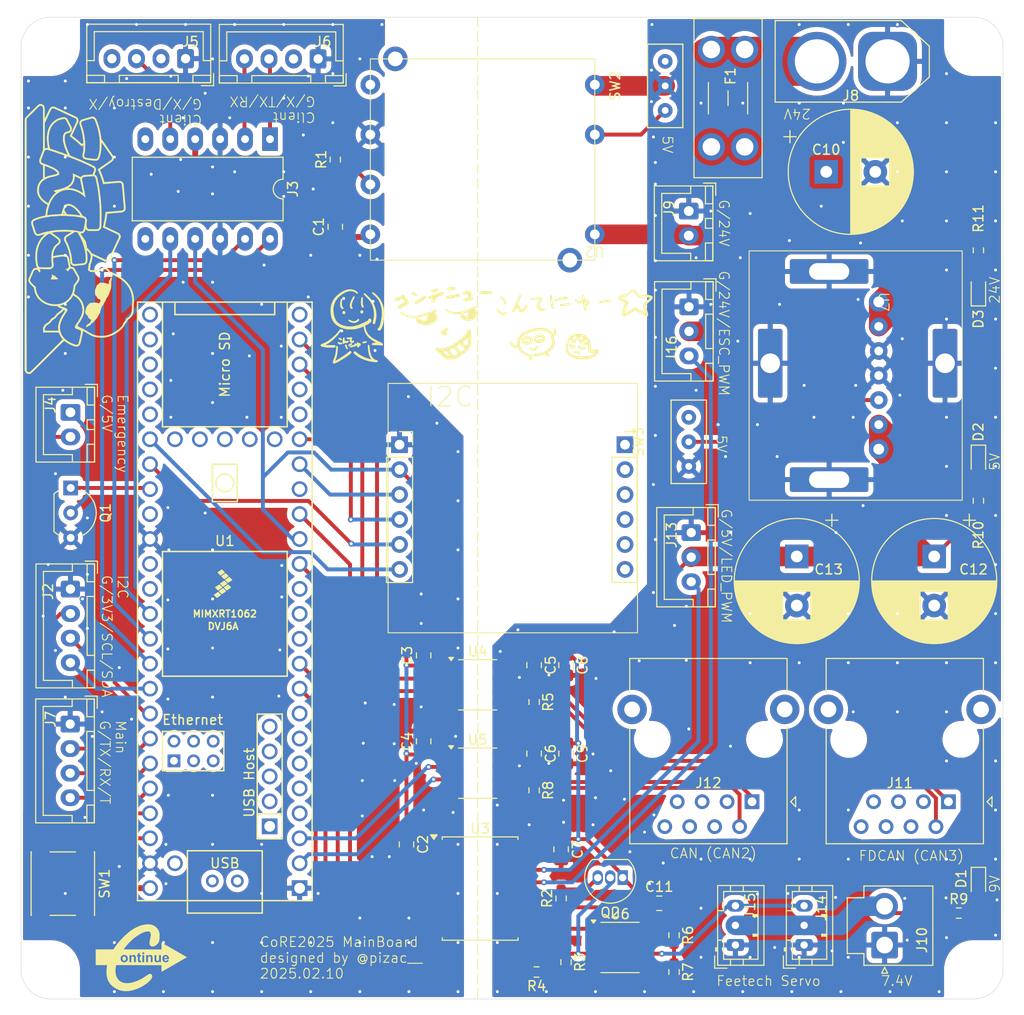
<source format=kicad_pcb>
(kicad_pcb (version 20240108) (generator "pcbnew") (generator_version "8.0")
  (layers (0 "F.Cu" signal) (31 "B.Cu" signal) (34 "B.Paste" user) (35 "F.Paste" user) (36 "B.SilkS" user "B.Silkscreen") (37 "F.SilkS" user "F.Silkscreen") (38 "B.Mask" user) (39 "F.Mask" user) (44 "Edge.Cuts" user))
  (net 0 "")
  (net 1 "+5VP")
  (net 2 "GNDPWR")
  (net 3 "+3V3")
  (net 4 "GND")
  (net 5 "+5V")
  (net 6 "+24V")
  (net 7 "/FDCAN1_H")
  (net 8 "/FDCAN1_L")
  (net 9 "/CAN2_H")
  (net 10 "/CAN2_L")
  (net 11 "/ESC_PWM_OUT")
  (net 12 "/LED_PWM_OUT")
  (net 13 "+9V")
  (net 14 "/UART_TTL")
  (net 15 "/SPI_MOSI")
  (net 16 "/SPI_SCK")
  (net 17 "/SPI_CS")
  (net 18 "/SPI_MISO")
  (net 19 "/I2C_SCL")
  (net 20 "/I2C_SDA")
  (net 21 "/Client_UART_TX1")
  (net 22 "/Client_UART_RX2")
  (net 23 "/Destroy1")
  (net 24 "/Destroy2")
  (net 25 "/Client_UART_RX1")
  (net 26 "/Client_UART_TX2")
  (net 27 "/MAIN_3Tx")
  (net 28 "/MAIN_3Rx")
  (net 29 "/PWR_EN")
  (net 30 "/UART_RX_OUT")
  (net 31 "/FDCAN1_TX")
  (net 37 "/CAN2_TX")
  (net 38 "/ESC_PWM_IN")
  (net 45 "/UART_RX_IN")
  (net 47 "/LED_PWM_IN")
  (net 50 "/FDCAN1_RX")
  (net 56 "/MAIN_TEST")
  (net 59 "/UART_TX_IN")
  (net 64 "/CAN2_RX")
  (net 67 "/UART_TX_OUT")
  (net 68 "/SW1")
  (net 90 "Net-(Q2-B)")
  (net 91 "Net-(Q2-C)")
  (net 92 "Net-(U2-TRM)")
  (net 93 "Net-(R3-Pad2)")
  (net 94 "Net-(U6-B)")
  (net 95 "Net-(SW2-A)")
  (net 96 "Net-(SW3-B)")
  (net 110 "Net-(D1-A)")
  (net 111 "Net-(D2-A)")
  (net 112 "Net-(D3-A)")
  (net 113 "Net-(J4-Pin_1)")
  (net 115 "Net-(J8-Pin_2)")
  (footprint "core2025_library:ICM-20948" (layer "F.Cu") (at 138.6475 93.65)
    (property "Reference" "J1" (hide yes))
    (property "Value" "ICM-20948" (hide yes))
  )
  (footprint "Capacitor_THT:CP_Radial_D12.5mm_P5.00mm" (layer "F.Cu") (at 193 104.926041 -90)
    (property "Reference" "C12")
    (property "Value" "1000u/35V")
  )
  (footprint "Capacitor_SMD:C_0805_2012Metric_Pad1.18x1.45mm_HandSolder" (layer "F.Cu") (at 141 115 90)
    (property "Reference" "C3")
    (property "Value" "0.1u")
  )
  (footprint "Capacitor_SMD:C_0805_2012Metric_Pad1.18x1.45mm_HandSolder" (layer "F.Cu") (at 132 71.35 90)
    (property "Reference" "C1")
    (property "Value" "0.1u")
  )
  (footprint "Resistor_SMD:R_0603_1608Metric_Pad0.98x0.95mm_HandSolder" (layer "F.Cu") (at 152.25 119.75 -90)
    (property "Reference" "R5")
    (property "Value" "120")
  )
  (footprint "core2025_library:cc6_xxxxxF-E" (layer "F.Cu") (at 158.43 72.12 180)
    (property "Reference" "U2")
    (property "Value" "cc6_xxxxxF-E")
  )
  (footprint "Resistor_SMD:R_0603_1608Metric_Pad0.98x0.95mm_HandSolder" (layer "F.Cu") (at 132 64.5 90)
    (property "Reference" "R1")
    (property "Value" "NC")
  )
  (footprint "core2025_library:MountingHole_3.2mm_M3_DIN965" (layer "F.Cu") (at 197 147)
    (property "Reference" "H4" (hide yes))
    (property "Value" "MountingHole")
  )
  (footprint "Capacitor_SMD:C_0805_2012Metric_Pad1.18x1.45mm_HandSolder" (layer "F.Cu") (at 155 134.75 -90)
    (property "Reference" "C7")
    (property "Value" "0.1u")
  )
  (footprint "Fuse:Fuseholder_Blade_Mini_Keystone_3568" (layer "F.Cu") (at 173.7 53.29 -90)
    (property "Reference" "F1")
    (property "Value" "5A")
  )
  (footprint "core2025_library:SS12D01G4" (layer "F.Cu") (at 168 93.25 90)
    (property "Reference" "SW3")
    (property "Value" "SW_SPST" (hide yes))
  )
  (footprint "core2025_library:SW_Push_1P1T_NO_6x6mm_H9.5mm" (layer "F.Cu") (at 104.25 138.25 -90)
    (property "Reference" "SW1")
    (property "Value" "SW1")
  )
  (footprint "Connector_JST:JST_XH_B2B-XH-A_1x02_P2.50mm_Vertical" (layer "F.Cu") (at 105.025 90.25 -90)
    (property "Reference" "J4")
    (property "Value" "EmergencySW")
  )
  (footprint "Connector_JST:JST_XH_B4B-XH-A_1x04_P2.50mm_Vertical" (layer "F.Cu") (at 116.75 54.225 180)
    (property "Reference" "J5")
    (property "Value" "Emergency")
  )
  (footprint "Connector_JST:JST_XH_B4B-XH-A_1x04_P2.50mm_Vertical" (layer "F.Cu") (at 130.25 54.25 180)
    (property "Reference" "J6")
    (property "Value" "UART")
  )
  (footprint "Capacitor_SMD:C_0805_2012Metric_Pad1.18x1.45mm_HandSolder" (layer "F.Cu") (at 141 123.75 90)
    (property "Reference" "C4")
    (property "Value" "0.1u")
  )
  (footprint "Package_SO:SOIC-8_3.9x4.9mm_P1.27mm" (layer "F.Cu") (at 161 144.75)
    (property "Reference" "U6")
    (property "Value" "MAX485E")
  )
  (footprint "Connector_JST:JST_XH_B3B-XH-A_1x03_P2.50mm_Vertical" (layer "F.Cu") (at 168.25 102.5 -90)
    (property "Reference" "J13")
    (property "Value" "XH")
  )
  (footprint "Connector_JST:JST_PH_B3B-PH-K_1x03_P2.00mm_Vertical" (layer "F.Cu") (at 179.75 144.5 90)
    (property "Reference" "J14")
    (property "Value" "PH")
  )
  (footprint "Resistor_SMD:R_0603_1608Metric_Pad0.98x0.95mm_HandSolder" (layer "F.Cu") (at 152.5 147.25 180)
    (property "Reference" "R4")
    (property "Value" "10k")
  )
  (footprint "Connector_JST:JST_VH_B2P-VH-B_1x02_P3.96mm_Vertical" (layer "F.Cu") (at 187.95 144.5075 90)
    (property "Reference" "J10")
    (property "Value" "VH")
  )
  (footprint "Connector_JST:JST_XH_B2B-XH-A_1x02_P2.50mm_Vertical" (layer "F.Cu") (at 168 69.75 -90)
    (property "Reference" "J9")
    (property "Value" "XH")
  )
  (footprint "LED_SMD:LED_0603_1608Metric_Pad1.05x0.95mm_HandSolder" (layer "F.Cu") (at 197.5 77.75 90)
    (property "Reference" "D3")
    (property "Value" "Green")
  )
  (footprint "Connector_RJ:RJ45_Ninigi_GE" (layer "F.Cu") (at 174.445 129.905 180)
    (property "Reference" "J12")
    (property "Value" "RJ45")
  )
  (footprint "Package_SO:SOIC-16W_7.5x10.3mm_P1.27mm" (layer "F.Cu") (at 146.75 138.75)
    (property "Reference" "U3")
    (property "Value" "DCL541A01")
  )
  (footprint "Connector_RJ:RJ45_Ninigi_GE" (layer "F.Cu") (at 194.445 129.905 180)
    (property "Reference" "J11")
    (property "Value" "RJ45")
  )
  (footprint "Capacitor_SMD:C_0805_2012Metric_Pad1.18x1.45mm_HandSolder" (layer "F.Cu") (at 152.25 116 -90)
    (property "Reference" "C5")
    (property "Value" "0.1u")
  )
  (footprint "Connector_JST:JST_XH_B4B-XH-A_1x04_P2.50mm_Vertical" (layer "F.Cu") (at 105.025 108.25 -90)
    (property "Reference" "J2")
    (property "Value" "I2C")
  )
  (footprint "Connector_AMASS:AMASS_XT60-M_1x02_P7.20mm_Vertical" (layer "F.Cu") (at 188.25 54.5 180)
    (property "Reference" "J8")
    (property "Value" "XT60M")
  )
  (footprint "core2025_library:Logo5" (layer "F.Cu") (at 156 81)
    (property "Reference" "G***" (hide yes))
    (property "Value" "LOGO" (hide yes))
  )
  (footprint "Package_SO:SOIC-8_3.9x4.9mm_P1.27mm" (layer "F.Cu") (at 146.5 127)
    (property "Reference" "U5")
    (property "Value" "ISO1044BD")
  )
  (footprint "core2025_library:MountingHole_3.2mm_M3_DIN965" (layer "F.Cu") (at 197 53)
    (property "Reference" "H2" (hide yes))
    (property "Value" "MountingHole")
  )
  (footprint "Package_DIP:DIP-12_W10.16mm_LongPads" (layer "F.Cu") (at 125.35 62.425 -90)
    (property "Reference" "J3")
    (property "Value" "LvConv")
  )
  (footprint "LED_SMD:LED_0603_1608Metric_Pad1.05x0.95mm_HandSolder" (layer "F.Cu") (at 197.5 95.25 -90)
    (property "Reference" "D2")
    (property "Value" "Green")
  )
  (footprint "Resistor_SMD:R_0603_1608Metric_Pad0.98x0.95mm_HandSolder" (layer "F.Cu") (at 155.5 146.25 -90)
    (property "Reference" "R3")
    (property "Value" "10k")
  )
  (footprint "Capacitor_SMD:C_0805_2012Metric_Pad1.18x1.45mm_HandSolder" (layer "F.Cu") (at 155.5 116 -90)
    (property "Reference" "C8")
    (property "Value" "10u")
  )
  (footprint "Capacitor_SMD:C_0805_2012Metric_Pad1.18x1.45mm_HandSolder" (layer "F.Cu") (at 165 140.25)
    (property "Reference" "C11")
    (property "Value" "0.1u")
  )
  (footprint "Capacitor_SMD:C_0805_2012Metric_Pad1.18x1.45mm_HandSolder" (layer "F.Cu") (at 152.25 125 -90)
    (property "Reference" "C6")
    (property "Value" "0.1u")
  )
  (footprint "core2025_library:MountingHole_3.2mm_M3_DIN965" (layer "F.Cu") (at 103 147)
    (property "Reference" "H3" (hide yes))
    (property "Value" "MountingHole")
  )
  (footprint "core2025_library:Logo2" (layer "F.Cu") (at 112 145.75)
    (property "Reference" "G***" (hide yes))
    (property "Value" "LOGO" (hide yes))
  )
  (footprint "Connector_JST:JST_XH_B4B-XH-A_1x04_P2.50mm_Vertical" (layer "F.Cu") (at 105 122 -90)
    (property "Reference" "J7")
    (property "Value" "UART")
  )
  (footprint "Resistor_SMD:R_0603_1608Metric_Pad0.98x0.95mm_HandSolder" (layer "F.Cu") (at 152.25 128.75 -90)
    (property "Reference" "R8")
    (property "Value" "120")
  )
  (footprint "Resistor_SMD:R_0603_1608Metric_Pad0.98x0.95mm_HandSolder" (layer "F.Cu") (at 195.5 141.25)
    (property "Reference" "R9")
    (property "Value" "10k")
  )
  (footprint "core2025_library:SS12D01G4" (layer "F.Cu") (at 165.6 57 90)
    (property "Reference" "SW2")
    (property "Value" "SW_SPST" (hide yes))
  )
  (footprint "Connector_JST:JST_XH_B3B-XH-A_1x03_P2.50mm_Vertical" (layer "F.Cu") (at 168.025 79.5 -90)
    (property "Reference" "J16")
    (property "Value" "XH")
  )
  (footprint "Capacitor_THT:CP_Radial_D12.5mm_P5.00mm" (layer "F.Cu") (at 182 65.75)
    (property "Reference" "C10")
    (property "Value" "1000u/35V")
  )
  (footprint "Resistor_SMD:R_0603_1608Metric_Pad0.98x0.95mm_HandSolder" (layer "F.Cu") (at 166.5 143.5 -90)
    (property "Reference" "R6")
    (property "Value" "2.2k")
  )
  (footprint "core2025_library:MPD7K020S" (layer "F.Cu") (at 187.35 79 -90)
    (property "Reference" "U7")
    (property "Value" "MPD7K020S")
  )
  (footprint "Package_TO_SOT_THT:TO-92_Inline" (layer "F.Cu") (at 161.27 137.64 180)
    (property "Reference" "Q2")
    (property "Value" "2SA1015")
  )
  (footprint "Package_TO_SOT_THT:TO-92L_Inline_Wide" (layer "F.Cu") (at 105.05 97.95 -90)
    (property "Reference" "Q1")
    (property "Value" "INKA114AS1")
  )
  (footprint "core2025_library:Logo1" (layer "F.Cu") (at 106.15 72.55 -90)
    (property "Reference" "G***" (hide yes))
    (property "Value" "LOGO" (hide yes))
  )
  (footprint "Capacitor_THT:CP_Radial_D12.5mm_P5.00mm" (layer "F.Cu") (at 179 104.926041 -90)
    (property "Reference" "C13")
    (property "Value" "1000u/35V")
  )
  (footprint "Capacitor_SMD:C_0805_2012Metric_Pad1.18x1.45mm_HandSolder" (layer "F.Cu") (at 139.25 134.25 -90)
    (property "Reference" "C2")
    (property "Value" "0.1u")
  )
  (footprint "LED_SMD:LED_0603_1608Metric_Pad1.05x0.95mm_HandSolder" (layer "F.Cu") (at 197.5 138.25 -90)
    (property "Reference" "D1")
    (property "Value" "Green")
  )
  (footprint "Package_SO:SOIC-8_3.9x4.9mm_P1.27mm" (layer "F.Cu") (at 146.5 118)
    (property "Reference" "U4")
    (property "Value" "ISO1044BD")
  )
  (footprint "core2025_library:Logo4" (layer "F.Cu") (at 143.461654 81)
    (property "Reference" "G***" (hide yes))
    (property "Value" "LOGO" (hide yes))
  )
  (footprint "Resistor_SMD:R_0603_1608Metric_Pad0.98x0.95mm_HandSolder" (layer "F.Cu") (at 197.5 73.75 -90)
    (property "Reference" "R11")
    (property "Value" "10k")
  )
  (footprint "Capacitor_SMD:C_0805_2012Metric_Pad1.18x1.45mm_HandSolder" (layer "F.Cu") (at 155.5 125 -90)
    (property "Reference" "C9")
    (property "Value" "10u")
  )
  (footprint "Connector_JST:JST_PH_B3B-PH-K_1x03_P2.00mm_Vertical" (layer "F.Cu") (at 172.75 144.5 90)
    (property "Reference" "J15")
    (property "Value" "PH")
  )
  (footprint "Resistor_SMD:R_0603_1608Metric_Pad0.98x0.95mm_HandSolder" (layer "F.Cu") (at 197.5 99.25 90)
    (property "Reference" "R10")
    (property "Value" "1k")
  )
  (footprint "core2025_library:Logo3" (layer "F.Cu") (at 133.843198 80.532421)
    (property "Reference" "G***" (hide yes))
    (property "Value" "LOGO" (hide yes))
  )
  (footprint "Resistor_SMD:R_0603_1608Metric_Pad0.98x0.95mm_HandSolder" (layer "F.Cu") (at 166.5 147.25 -90)
    (property "Reference" "R7")
    (property "Value" "2.2k")
  )
  (footprint "core2025_library:MountingHole_3.2mm_M3_DIN965" (layer "F.Cu") (at 103.000001 53.000001)
    (property "Reference" "H1" (hide yes))
    (property "Value" "MountingHole")
  )
  (footprint "Resistor_SMD:R_0603_1608Metric_Pad0.98x0.95mm_HandSolder" (layer "F.Cu") (at 155 139.75 90)
    (property "Reference" "R2")
    (property "Value" "7.5k")
  )
  (footprint "teensy_library:Teensy41" (layer "F.Cu") (at 120.75 109.5 90)
    (property "Reference" "U1")
    (property "Value" "Teensy4.1")
  )
  (gr_line (start 146.5 150) (end 146.5 50) (stroke (width 0.1) (type dash)) (layer "F.SilkS"))
  (gr_arc (start 100 53) (mid 100.87868 50.87868) (end 103 50) (stroke (width 0.05)) (layer "Edge.Cuts"))
  (gr_arc (start 197 50) (mid 199.12132 50.87868) (end 200 53) (stroke (width 0.05)) (layer "Edge.Cuts"))
  (gr_line (start 200 53) (end 200 147) (stroke (width 0.05)) (layer "Edge.Cuts"))
  (gr_arc (start 103 150) (mid 100.87868 149.12132) (end 100 147) (stroke (width 0.05)) (layer "Edge.Cuts"))
  (gr_line (start 103 50) (end 197 50) (stroke (width 0.05)) (layer "Edge.Cuts"))
  (gr_line (start 197 150) (end 103 150) (stroke (width 0.05)) (layer "Edge.Cuts"))
  (gr_arc (start 200 147) (mid 199.12132 149.12132) (end 197 150) (stroke (width 0.05)) (layer "Edge.Cuts"))
  (gr_line (start 100 147) (end 100 53) (stroke (width 0.05)) (layer "Edge.Cuts"))
  (gr_text "CoRE2025 MainBoard\ndesigned by @pizac__\n2025.02.10" (at 124.25 148 0) (layer "F.SilkS") (effects (font (size 1 1) (thickness 0.1)) (justify left bottom)))
  (gr_text "Main\nG/TX/RX/T" (at 107.95 121.55 270) (layer "F.SilkS") (effects (font (size 1 1) (thickness 0.1)) (justify left bottom)))
  (gr_text "G/24V" (at 171 68.5 270) (layer "F.SilkS") (effects (font (size 1 1) (thickness 0.1)) (justify left bottom)))
  (gr_text "24V" (at 199.75 79.25 90) (layer "F.SilkS") (effects (font (size 1 1) (thickness 0.1)) (justify left bottom)))
  (gr_text "5V" (at 165.25 62 270) (layer "F.SilkS") (effects (font (size 1 1) (thickness 0.1)) (justify left bottom)))
  (gr_text "5V" (at 170.75 92.5 270) (layer "F.SilkS") (effects (font (size 1 1) (thickness 0.1)) (justify left bottom)))
  (gr_text "24V" (at 180.5 59.25 180) (layer "F.SilkS") (effects (font (size 1 1) (thickness 0.1)) (justify left bottom)))
  (gr_text "9V" (at 199.75 139.25 90) (layer "F.SilkS") (effects (font (size 1 1) (thickness 0.1)) (justify left bottom)))
  (gr_text "Feetech Servo" (at 170.75 148.75 0) (layer "F.SilkS") (effects (font (size 1 1) (thickness 0.1)) (justify left bottom)))
  (gr_text "7.4V" (at 187.5 148.75 0) (layer "F.SilkS") (effects (font (size 1 1) (thickness 0.1)) (justify left bottom)))
  (gr_text "FDCAN (CAN3)" (at 185.25 136 0) (layer "F.SilkS") (effects (font (size 1 1) (thickness 0.1)) (justify left bottom)))
  (gr_text "Client\nG/X/Destroy/X" (at 118.5 58.25 180) (layer "F.SilkS") (effects (font (size 1 1) (thickness 0.1)) (justify left bottom)))
  (gr_text "I2C\nG/3V3/SCL/SDA" (at 108.15 106.75 270) (layer "F.SilkS") (effects (font (size 1 1) (thickness 0.1)) (justify left bottom)))
  (gr_text "G/5V/LED_PWM" (at 171.25 100 270) (layer "F.SilkS") (effects (font (size 1 1) (thickness 0.1)) (justify left bottom)))
  (gr_text "Client\nG/X/TX/RX" (at 130.05 58 180) (layer "F.SilkS") (effects (font (size 1 1) (thickness 0.1)) (justify left bottom)))
  (gr_text "G/24V/ESC_PWM" (at 171 75.75 270) (layer "F.SilkS") (effects (font (size 1 1) (thickness 0.1)) (justify left bottom)))
  (gr_text "5V" (at 199.75 96.25 90) (layer "F.SilkS") (effects (font (size 1 1) (thickness 0.1)) (justify left bottom)))
  (gr_text "Emergency\nG/5V" (at 108.15 88.35 270) (layer "F.SilkS") (effects (font (size 1 1) (thickness 0.1)) (justify left bottom)))
  (gr_text "CAN (CAN2)" (at 166 135.75 0) (layer "F.SilkS") (effects (font (size 1 1) (thickness 0.1)) (justify left bottom)))
  (segment (start 151.1175 125.095) (end 152.25 123.9625) (width 0.4) (layer "F.Cu") (net 1))
  (segment (start 189.911979 94.061979) (end 187.35 91.5) (width 2) (layer "F.Cu") (net 1))
  (segment (start 148.975 125.095) (end 151.1175 125.095) (width 0.4) (layer "F.Cu") (net 1))
  (segment (start 148.975 116.095) (end 151.1175 116.095) (width 0.4) (layer "F.Cu") (net 1))
  (segment (start 189.911979 103.588021) (end 191.25 104.926041) (width 2) (layer "F.Cu") (net 1))
  (segment (start 187.35 91.5) (end 187.35 94) (width 2) (layer "F.Cu") (net 1))
  (segment (start 188.875 104.051041) (end 188 104.926041) (width 2) (layer "F.Cu") (net 1))
  (segment (start 188.875 102.551041) (end 186.5 104.926041) (width 2) (layer "F.Cu") (net 1))
  (segment (start 156.75 133.7125) (end 157.605648 133.7125) (width 0.4) (layer "F.Cu") (net 1))
  (segment (start 156.75 123.9625) (end 155.5 123.9625) (width 0.4) (layer "F.Cu") (net 1))
  (segment (start 166.2425 142.845) (end 166.5 142.5875) (width 0.4) (layer "F.Cu") (net 1))
  (segment (start 163.9625 140.25) (end 163.88 140.25) (width 0.4) (layer "F.Cu") (net 1))
  (segment (start 187.35 94) (end 188.35 95) (width 2) (layer "F.Cu") (net 1))
  (segment (start 161.27 137.376852) (end 161.27 137.64) (width 0.4) (layer "F.Cu") (net 1))
  (segment (start 179 104.926041) (end 168.323959 104.926041) (width 2) (layer "F.Cu") (net 1))
  (segment (start 151.1175 116.095) (end 152.25 114.9625) (width 0.4) (layer "F.Cu") (net 1))
  (segment (start 188.875 101.375) (end 188.875 102.551041) (width 2) (layer "F.Cu") (net 1))
  (segment (start 193 104.926041) (end 191.25 104.926041) (width 2) (layer "F.Cu") (net 1))
  (segment (start 166 107.25) (end 168.25 105) (width 0.4) (layer "F.Cu") (net 1))
  (segment (start 164.1625 140.25) (end 166.5 142.5875) (width 0.4) (layer "F.Cu") (net 1))
  (segment (start 163.9625 140.25) (end 163.9625 142.3575) (width 0.4) (layer "F.Cu") (net 1))
  (segment (start 163.9625 140.25) (end 164.1625 140.25) (width 0.4) (layer "F.Cu") (net 1))
  (segment (start 152.25 114.9625) (end 155.5 114.9625) (width 0.4) (layer "F.Cu") (net 1))
  (segment (start 188.35 95) (end 188.35 100.85) (width 2) (layer "F.Cu") (net 1))
  (segment (start 197.5 100.426041) (end 193 104.926041) (width 0.4) (layer "F.Cu") (net 1))
  (segment (start 157.605648 133.7125) (end 161.27 137.376852) (width 0.4) (layer "F.Cu") (net 1))
  (segment (start 188.35 100.85) (end 192.426041 104.926041) (width 2) (layer "F.Cu") (net 1))
  (segment (start 186.5 104.926041) (end 179 104.926041) (width 2) (layer "F.Cu") (net 1))
  (segment (start 188.35 100.85) (end 184.273959 104.926041) (width 2) (layer "F.Cu") (net 1))
  (segment (start 155.5 123.9625) (end 152.25 123.9625) (width 0.4) (layer "F.Cu") (net 1))
  (segment (start 184.273959 104.926041) (end 179 104.926041) (width 2) (layer "F.Cu") (net 1))
  (segment (start 163.88 140.25) (end 161.27 137.64) (width 0.4) (layer "F.Cu") (net 1))
  (segment (start 156.625 115.625) (end 160.75 115.625) (width 0.4) (layer "F.Cu") (net 1))
  (segment (start 188.875 101.375) (end 188.875 104.051041) (width 2) (layer "F.Cu") (net 1))
  (segment (start 156.625 115.625) (end 155.9625 114.9625) (width 0.4) (layer "F.Cu") (net 1))
  (segment (start 188 104.926041) (end 186.5 104.926041) (width 2) (layer "F.Cu") (net 1))
  (segment (start 168.323959 104.926041) (end 168.25 105) (width 2) (layer "F.Cu") (net 1))
  (segment (start 155.9625 114.9625) (end 155.5 114.9625) (width 0.4) (layer "F.Cu") (net 1))
  (segment (start 191.25 104.926041) (end 188 104.926041) (width 2) (layer "F.Cu") (net 1))
  (segment (start 166 110.375) (end 166 107.25) (width 0.4) (layer "F.Cu") (net 1))
  (segment (start 154.4075 134.305) (end 155 133.7125) (width 0.4) (layer "F.Cu") (net 1))
  (segment (start 188.35 100.85) (end 188.875 101.375) (width 2) (layer "F.Cu") (net 1))
  (segment (start 188.875 102.551041) (end 189.911979 103.588021) (width 2) (layer "F.Cu") (net 1))
  (segment (start 189.911979 103.588021) (end 189.911979 94.061979) (width 2) (layer "F.Cu") (net 1))
  (segment (start 151.4 134.305) (end 154.4075 134.305) (width 0.4) (layer "F.Cu") (net 1))
  (segment (start 163.9625 142.3575) (end 163.475 142.845) (width 0.4) (layer "F.Cu") (net 1))
  (segment (start 192.426041 104.926041) (end 193 104.926041) (width 2) (layer "F.Cu") (net 1))
  (segment (start 156.75 133.7125) (end 155 133.7125) (width 0.4) (layer "F.Cu") (net 1))
  (segment (start 197.5 100.1625) (end 197.5 100.426041) (width 0.4) (layer "F.Cu") (net 1))
  (segment (start 160.75 115.625) (end 166 110.375) (width 0.4) (layer "F.Cu") (net 1))
  (via (at 156.75 123.9625) (size 0.6) (drill 0.3) (layers "F.Cu" "B.Cu") (net 1))
  (via (at 156.625 115.625) (size 0.6) (drill 0.3) (layers "F.Cu" "B.Cu") (net 1))
  (via (at 156.75 133.7125) (size 0.6) (drill 0.3) (layers "F.Cu" "B.Cu") (net 1))
  (segment (start 156.625 123.8375) (end 156.75 123.9625) (width 0.4) (layer "B.Cu") (net 1))
  (segment (start 156.75 133.7125) (end 156.75 123.9625) (width 0.4) (layer "B.Cu") (net 1))
  (segment (start 156.625 115.625) (end 156.625 123.8375) (width 0.4) (layer "B.Cu") (net 1))
  (segment (start 158.55 57) (end 165.6 57) (width 2) (layer "F.Cu") (net 2))
  (segment (start 158.43 56.88) (end 158.55 57) (width 2) (layer "F.Cu") (net 2))
  (via (at 184.75 120.75) (size 0.6) (drill 0.3) (layers "F.Cu" "B.Cu") (net 2))
  (via (at 160.05 126.75) (size 0.6) (drill 0.3) (layers "F.Cu" "B.Cu") (net 2))
  (via (at 168.75 74.5) (size 0.6) (drill 0.3) (layers "F.Cu" "B.Cu") (net 2))
  (via (at 162 135) (size 0.6) (drill 0.3) (layers "F.Cu" "B.Cu") (net 2))
  (via (at 199.25 75.75) (size 0.6) (drill 0.3) (layers "F.Cu" "B.Cu") (net 2))
  (via (at 153.5 149.25) (size 0.6) (drill 0.3) (layers "F.Cu" "B.Cu") (net 2))
  (via (at 184.25 115.75) (size 0.6) (drill 0.3) (layers "F.Cu" "B.Cu") (net 2))
  (via (at 158.25 132.25) (size 0.6) (drill 0.3) (layers "F.Cu" "B.Cu") (net 2))
  (via (at 194.25 70.75) (size 0.6) (drill 0.3) (layers "F.Cu" "B.Cu") (net 2))
  (via (at 164.6 67) (size 0.6) (drill 0.3) (layers "F.Cu" "B.Cu") (net 2))
  (via (at 161.45 129.65) (size 0.6) (drill 0.3) (layers "F.Cu" "B.Cu") (net 2))
  (via (at 148.5 139.25) (size 0.6) (drill 0.3) (layers "F.Cu" "B.Cu") (net 2))
  (via (at 175 91.5) (size 0.6) (drill 0.3) (layers "F.Cu" "B.Cu") (net 2))
  (via (at 185.75 99.75) (size 0.6) (drill 0.3) (layers "F.Cu" "B.Cu") (net 2))
  (via (at 148.5 144.25) (size 0.6) (drill 0.3) (layers "F.Cu" "B.Cu") (net 2))
  (via (at 194.25 75.75) (size 0.6) (drill 0.3) (layers "F.Cu" "B.Cu") (net 2))
  (via (at 199.25 95.75) (size 0.6) (drill 0.3) (layers "F.Cu" "B.Cu") (net 2))
  (via (at 199.25 115.75) (size 0.6) (drill 0.3) (layers "F.Cu" "B.Cu") (net 2))
  (via (at 189.25 120.75) (size 0.6) (drill 0.3) (layers "F.Cu" "B.Cu") (net 2))
  (via (at 169.25 135.75) (size 0.6) (drill 0.3) (layers "F.Cu" "B.Cu") (net 2))
  (via (at 164.4 108.6) (size 0.6) (drill 0.3) (layers "F.Cu" "B.Cu") (net 2))
  (via (at 174.25 135.75) (size 0.6) (drill 0.3) (layers "F.Cu" "B.Cu") (net 2))
  (via (at 163.5 133) (size 0.6) (drill 0.3) (layers "F.Cu" "B.Cu") (net 2))
  (via (at 188.5 149.25) (size 0.6) (drill 0.3) (layers "F.Cu" "B.Cu") (net 2))
  (via (at 166.55 111.95) (size 0.6) (drill 0.3) (layers "F.Cu" "B.Cu") (net 2))
  (via (at 189.75 70.75) (size 0.6) (drill 0.3) (layers "F.Cu" "B.Cu") (net 2))
  (via (at 174.25 145.75) (size 0.6) (drill 0.3) (layers "F.Cu" "B.Cu") (net 2))
  (via (at 178.25 72.75) (size 0.6) (drill 0.3) (layers "F.Cu" "B.Cu") (net 2))
  (via (at 194.25 143.75) (size 0.6) (drill 0.3) (layers "F.Cu" "B.Cu") (net 2))
  (via (at 189.25 65.75) (size 0.6) (drill 0.3) (layers "F.Cu" "B.Cu") (net 2))
  (via (at 199.25 125.75) (size 0.6) (drill 0.3) (layers "F.Cu" "B.Cu") (net 2))
  (via (at 199.25 70.75) (size 0.6) (drill 0.3) (layers "F.Cu" "B.Cu") (net 2))
  (via (at 153.75 126) (size 0.6) (drill 0.3) (layers "F.Cu" "B.Cu") (net 2))
  (via (at 177 94.75) (size 0.6) (drill 0.3) (layers "F.Cu" "B.Cu") (net 2))
  (via (at 184.25 135.75) (size 0.6) (drill 0.3) (layers "F.Cu" "B.Cu") (net 2))
  (via (at 164.6 70.2) (size 0.6) (drill 0.3) (layers "F.Cu" "B.Cu") (net 2))
  (via (at 180.75 90.75) (size 0.6) (drill 0.3) (layers "F.Cu" "B.Cu") (net 2))
  (via (at 189.25 60.75) (size 0.6) (drill 0.3) (layers "F.Cu" "B.Cu") (net 2))
  (via (at 194.25 135.75) (size 0.6) (drill 0.3) (layers "F.Cu" "B.Cu") (net 2))
  (via (at 168.5 149.25) (size 0.6) (drill 0.3) (layers "F.Cu" "B.Cu") (net 2))
  (via (at 199.25 130.75) (size 0.6) (drill 0.3) (layers "F.Cu" "B.Cu") (net 2))
  (via (at 164.6 87.6) (size 0.6) (drill 0.3) (layers "F.Cu" "B.Cu") (net 2))
  (via (at 160.4 112.6) (size 0.6) (drill 0.3) (layers "F.Cu" "B.Cu") (net 2))
  (via (at 170.25 69.75) (size 0.6) (drill 0.3) (layers "F.Cu" "B.Cu") (net 2))
  (via (at 194.25 55.75) (size 0.6) (drill 0.3) (layers "F.Cu" "B.Cu") (net 2))
  (via (at 194.25 60.75) (size 0.6) (drill 0.3) (layers "F.Cu" "B.Cu") (net 2))
  (via (at 167.75 110) (size 0.6) (drill 0.3) (layers "F.Cu" "B.Cu") (net 2))
  (via (at 170.25 79.25) (size 0.6) (drill 0.3) (layers "F.Cu" "B.Cu") (net 2))
  (via (at 179.25 135.75) (size 0.6) (drill 0.3) (layers "F.Cu" "B.Cu") (net 2))
  (via (at 194.25 115.75) (size 0.6) (drill 0.3) (layers "F.Cu" "B.Cu") (net 2))
  (via (at 169.25 140.75) (size 0.6) (drill 0.3) (layers "F.Cu" "B.Cu") (net 2))
  (via (at 164.2 58.6) (size 0.6) (drill 0.3) (layers "F.Cu" "B.Cu") (net 2))
  (via (at 183.75 58.75) (size 0.6) (drill 0.3) (layers "F.Cu" "B.Cu") (net 2))
  (via (at 164.2 55.4) (size 0.6) (drill 0.3) (layers "F.Cu" "B.Cu") (net 2))
  (via (at 189.25 115.75) (size 0.6) (drill 0.3) (layers "F.Cu" "B.Cu") (net 2))
  (via (at 169.25 145.75) (size 0.6) (drill 0.3) (layers "F.Cu" "B.Cu") (net 2))
  (via (at 183.5 149.25) (size 0.6) (drill 0.3) (layers "F.Cu" "B.Cu") (net 2))
  (via (at 199.25 65.75) (size 0.6) (drill 0.3) (layers "F.Cu" "B.Cu") (net 2))
  (via (at 148.5 134.25) (size 0.6) (drill 0.3) (layers "F.Cu" "B.Cu") (net 2))
  (via (at 194.2 139.7) (size 0.6) (drill 0.3) (layers "F.Cu" "B.Cu") (net 2))
  (via (at 165.4 136.15) (size 0.6) (drill 0.3) (layers "F.Cu" "B.Cu") (net 2))
  (via (at 189.75 82.75) (size 0.6) (drill 0.3) (layers "F.Cu" "B.Cu") (net 2))
  (via (at 164.6 103.2) (size 0.6) (drill 0.3) (layers "F.Cu" "B.Cu") (net 2))
  (via (at 184.75 90.75) (size 0.6) (drill 0.3) (layers "F.Cu" "B.Cu") (net 2))
  (via (at 168 122.5) (size 0.6) (drill 0.3) (layers "F.Cu" "B.Cu") (net 2))
  (via (at 199.25 80.75) (size 0.6) (drill 0.3) (layers "F.Cu" "B.Cu") (net 2))
  (via (at 148.8 114.6) (size 0.6) (drill 0.3) (layers "F.Cu" "B.Cu") (net 2))
  (via (at 194.25 100.75) (size 0.6) (drill 0.3) (layers "F.Cu" "B.Cu") (net 2))
  (via (at 194.25 65.75) (size 0.6) (drill 0.3) (layers "F.Cu" "B.Cu") (net 2))
  (via (at 179.25 50.75) (size 0.6) (drill 0.3) (layers "F.Cu" "B.Cu") (net 2))
  (via (at 194.25 80.75) (size 0.6) (drill 0.3) (layers "F.Cu" "B.Cu") (net 2))
  (via (at 199.25 135.75) (size 0.6) (drill 0.3) (layers "F.Cu" "B.Cu") (net 2))
  (via (at 189.25 50.75) (size 0.6) (drill 0.3) (layers "F.Cu" "B.Cu") (net 2))
  (via (at 164.6 74.8) (size 0.6) (drill 0.3) (layers "F.Cu" "B.Cu") (net 2))
  (via (at 171 91.5) (size 0.6) (drill 0.3) (layers "F.Cu" "B.Cu") (net 2))
  (via (at 164.45 131.25) (size 0.6) (drill 0.3) (layers "F.Cu" "B.Cu") (net 2))
  (via (at 194.25 90.75) (size 0.6) (drill 0.3) (layers "F.Cu" "B.Cu") (net 2))
  (via (at 182.6 145.1) (size 0.6) (drill 0.3) (layers "F.Cu" "B.Cu") (net 2))
  (via (at 184.25 110.75) (size 0.6) (drill 0.3) (layers "F.Cu" "B.Cu") (net 2))
  (via (at 178.5 149.25) (size 0.6) (drill 0.3) (layers "F.Cu" "B.Cu") (net 2))
  (via (at 173.5 58.75) (size 0.6) (drill 0.3) (layers "F.Cu" "B.Cu") (net 2))
  (via (at 158.5 149.25) (size 0.6) (drill 0.3) (layers "F.Cu" "B.Cu") (net 2))
  (via (at 174.25 110.75) (size 0.6) (drill 0.3) (layers "F.Cu" "B.Cu") (net 2))
  (via (at 190.25 144) (size 0.6) (drill 0.3) (layers "F.Cu" "B.Cu") (net 2))
  (via (at 176.75 144.75) (size 0.6) (drill 0.3) (layers "F.Cu" "B.Cu") (net 2))
  (via (at 183.75 62.75) (size 0.6) (drill 0.3) (layers "F.Cu" "B.Cu") (net 2))
  (via (at 164 138.25) (size 0.6) (drill 0.3) (layers "F.Cu" "B.Cu") (net 2))
  (via (at 172.25 102.5) (size 0.6) (drill 0.3) (layers "F.Cu" "B.Cu") (net 2))
  (via (at 194.25 125.75) (size 0.6) (drill 0.3) (layers "F.Cu" "B.Cu") (net 2))
  (via (at 164.6 64.8) (size 0.6) (drill 0.3) (layers "F.Cu" "B.Cu") (net 2))
  (via (at 155.25 132) (size 0.6) (drill 0.3) (layers "F.Cu" "B.Cu") (net 2))
  (via (at 155.25 129.75) (size 0.6) (drill 0.3) (layers "F.Cu" "B.Cu") (net 2))
  (via (at 158.55 117.35) (size 0.6) (drill 0.3) (layers "F.Cu" "B.Cu") (net 2))
  (via (at 172.25 124.25) (size 0.6) (drill 0.3) (layers "F.Cu" "B.Cu") (net 2))
  (via (at 164.25 50.75) (size 0.6) (drill 0.3) (layers "F.Cu" "B.Cu") (net 2))
  (via (at 189.5 88.5) (size 0.6) (drill 0.3) (layers "F.Cu" "B.Cu") (net 2))
  (via (at 153.75 117) (size 0.6) (drill 0.3) (layers "F.Cu" "B.Cu") (net 2))
  (via (at 178.1 139.25) (size 0.6) (drill 0.3) (layers "F.Cu" "B.Cu") (net 2))
  (via (at 185 87.5) (size 0.6) (drill 0.3) (layers "F.Cu" "B.Cu") (net 2))
  (via (at 190 139.75) (size 0.6) (drill 0.3) (layers "F.Cu" "B.Cu") (net 2))
  (via (at 162.95 115.55) (size 0.6) (drill 0.3) (layers "F.Cu" "B.Cu") (net 2))
  (via (at 164.4 62.2) (size 0.6) (drill 0.3) (layers "F.Cu" "B.Cu") (net 2))
  (via (at 179.25 58.75) (size 0.6) (drill 0.3) (layers "F.Cu" "B.Cu") (net 2))
  (via (at 174.25 70) (size 0.6) (drill 0.3) (layers "F.Cu" "B.Cu") (net 2))
  (via (at 184.25 145.75) (size 0.6) (drill 0.3) (layers "F.Cu" "B.Cu") (net 2))
  (via (at 194.25 95.75) (size 0.6) (drill 0.3) (layers "F.Cu" "B.Cu") (net 2))
  (via (at 181.5 69.25) (size 0.6) (drill 0.3) (layers "F.Cu" "B.Cu") (net 2))
  (via (at 185.5 73) (size 0.6) (drill 0.3) (layers "F.Cu" "B.Cu") (net 2))
  (via (at 148.5 130.25) (size 0.6) (drill 0.3) (layers "F.Cu" "B.Cu") (net 2))
  (via (at 184.25 130.75) (size 0.6) (drill 0.3) (layers "F.Cu" "B.Cu") (net 2))
  (via (at 164.6 92.6) (size 0.6) (drill 0.3) (layers "F.Cu" "B.Cu") (net 2))
  (via (at 199.25 85.75) (size 0.6) (drill 0.3) (layers "F.Cu" "B.Cu") (net 2))
  (via (at 194.25 120.75) (size 0.6) (drill 0.3) (layers "F.Cu" "B.Cu") (net 2))
  (via (at 173 83) (size 0.6) (drill 0.3) (layers "F.Cu" "B.Cu") (net 2))
  (via (at 173.25 74.5) (size 0.6) (drill 0.3) (layers "F.Cu" "B.Cu") (net 2))
  (via (at 199.25 105.75) (size 0.6) (drill 0.3) (layers "F.Cu" "B.Cu") (net 2))
  (via (at 174.25 115.75) (size 0.6) (drill 0.3) (layers "F.Cu" "B.Cu") (net 2))
  (via (at 189.25 135.75) (size 0.6) (drill 0.3) (layers "F.Cu" "B.Cu") (net 2))
  (via (at 183 102.5) (size 0.6) (drill 0.3) (layers "F.Cu" "B.Cu") (net 2))
  (via (at 169.25 58.75) (size 0.6) (drill 0.3) (layers "F.Cu" "B.Cu") (net 2))
  (via (at 164.6 77.8) (size 0.6) (drill 0.3) (layers "F.Cu" "B.Cu") (net 2))
  (via (at 179.25 145.75) (size 0.6) (drill 0.3) (layers "F.Cu" "B.Cu") (net 2))
  (via (at 171.75 94.75) (size 0.6) (drill 0.3) (layers "F.Cu" "B.Cu") (net 2))
  (via (at 158.25 125.05) (size 0.6) (drill 0.3) (layers "F.Cu" "B.Cu") (net 2))
  (via (at 199.25 100.75) (size 0.6) (drill 0.3) (layers "F.Cu" "B.Cu") (net 2))
  (via (at 185.25 78.75) (size 0.6) (drill 0.3) (layers "F.Cu" "B.Cu") (net 2))
  (via (at 150.6 112.4) (size 0.6) (drill 0.3) (layers "F.Cu" "B.Cu") (net 2))
  (via (at 179.25 115.75) (size 0.6) (drill 0.3) (layers "F.Cu" "B.Cu") (net 2))
  (via (at 167.75 115.5) (size 0.6) (drill 0.3) (layers "F.Cu" "B.Cu") (net 2))
  (via (at 164.4 97.6) (size 0.6) (drill 0.3) (layers "F.Cu" "B.Cu") (net 2))
  (via (at 193.5 149.25) (size 0.6) (drill 0.3) (layers "F.Cu" "B.Cu") (net 2))
  (via (at 158.5 129.5) (size 0.6) (drill 0.3) (layers "F.Cu" "B.Cu") (net 2))
  (via (at 199.4 139.9) (size 0.6) (drill 0.3) (layers "F.Cu" "B.Cu") (net 2))
  (via (at 182.95 139.65) (size 0.6) (drill 0.3) (layers "F.Cu" "B.Cu") (net 2))
  (via (at 184.25 50.75) (size 0.6) (drill 0.3) (layers "F.Cu" "B.Cu") (net 2))
  (via (at 175 139.3) (size 0.6) (drill 0.3) (layers "F.Cu" "B.Cu") (net 2))
  (via (at 177.25 79.25) (size 0.6) (drill 0.3) (layers "F.Cu" "B.Cu") (net 2))
  (via (at 199.25 143.5) (size 0.6) (drill 0.3) (layers "F.Cu" "B.Cu") (net 2))
  (via (at 179.75 87.5) (size 0.6) (drill 0.3) (layers "F.Cu" "B.Cu") (net 2))
  (via (at 150.75 117.25) (size 0.6) (drill 0.3) (layers "F.Cu" "B.Cu") (net 2))
  (via (at 150.75 126.25) (size 0.6) (drill 0.3) (layers "F.Cu" "B.Cu") (net 2))
  (via (at 199.25 90.75) (size 0.6) (drill 0.3) (layers "F.Cu" "B.Cu") (net 2))
  (via (at 168.75 88) (size 0.6) (drill 0.3) (layers "F.Cu" "B.Cu") (net 2))
  (via (at 163.5 149.25) (size 0.6) (drill 0.3) (layers "F.Cu" "B.Cu") (net 2))
  (via (at 173.5 149.25) (size 0.6) (drill 0.3) (layers "F.Cu" "B.Cu") (net 2))
  (via (at 151.75 132.25) (size 0.6) (drill 0.3) (layers "F.Cu" "B.Cu") (net 2))
  (via (at 189.25 110.75) (size 0.6) (drill 0.3) (layers "F.Cu" "B.Cu") (net 2))
  (via (at 199.25 60.75) (size 0.6) (drill 0.3) (layers "F.Cu" "B.Cu") (net 2))
  (via (at 199.25 110.75) (size 0.6) (drill 0.3) (layers "F.Cu" "B.Cu") (net 2))
  (via (at 179.25 130.75) (size 0.6) (drill 0.3) (layers "F.Cu" "B.Cu") (net 2))
  (via (at 164.6 82.6) (size 0.6) (drill 0.3) (layers "F.Cu" "B.Cu") (net 2))
  (via (at 148.5 149.25) (size 0.6) (drill 0.3) (layers "F.Cu" "B.Cu") (net 2))
  (segment (start 139.25 125) (end 139.25 133.2125) (width 0.4) (layer "F.Cu") (net 3))
  (segment (start 104.75 135) (end 104.75 132.75) (width 0.4) (layer "F.Cu") (net 3))
  (segment (start 139.2875 116.0375) (end 139.25 116) (width 0.4) (layer "F.Cu") (net 3))
  (segment (start 102.25 130.25) (end 102.25 112.525) (width 0.4) (layer "F.Cu") (net 3))
  (segment (start 139.25 108.75) (end 141 107) (width 0.4) (layer "F.Cu") (net 3))
  (segment (start 141 107) (end 141 98.5425) (width 0.4) (layer "F.Cu") (net 3))
  (segment (start 109.62 133.63) (end 107.5 135.75) (width 0.4) (layer "F.Cu") (net 3))
  (segment (start 102.25 112.525) (end 104.025 110.75) (width 0.4) (layer "F.Cu") (net 3))
  (segment (start 139.25 125) (end 139.345 125.095) (width 0.4) (layer "F.Cu") (net 3))
  (segment (start 141 116.0375) (end 139.2875 116.0375) (width 0.4) (layer "F.Cu") (net 3))
  (segment (start 113.13 133.63) (end 109.62 133.63) (width 0.4) (layer "F.Cu") (net 3))
  (segment (start 104.75 132.75) (end 102.25 130.25) (width 0.4) (layer "F.Cu") (net 3))
  (segment (start 142.1 134.305) (end 140.3425 134.305) (width 0.4) (layer "F.Cu") (net 3))
  (segment (start 143.9675 116.0375) (end 144.025 116.095) (width 0.4) (layer "F.Cu") (net 3))
  (segment (start 141 116.0375) (end 143.9675 116.0375) (width 0.4) (layer "F.Cu") (net 3))
  (segment (start 140.3425 134.305) (end 139.25 133.2125) (width 0.4) (layer "F.Cu") (net 3))
  (segment (start 139.25 116) (end 139.25 108.75) (width 0.4) (layer "F.Cu") (net 3))
  (segment (start 107.5 135.75) (end 105.5 135.75) (width 0.4) (layer "F.Cu") (net 3))
  (segment (start 105.5 135.75) (end 104.75 135) (width 0.4) (layer "F.Cu") (net 3))
  (segment (start 141 98.5425) (end 138.5425 96.085) (width 0.4) (layer "F.Cu") (net 3))
  (segment (start 139.345 125.095) (end 144.025 125.095) (width 0.4) (layer "F.Cu") (net 3))
  (via (at 139.25 116) (size 0.6) (drill 0.3) (layers "F.Cu" "B.Cu") (net 3))
  (via (at 139.25 125) (size 0.6) (drill 0.3) (layers "F.Cu" "B.Cu") (net 3))
  (segment (start 124.625 96.875) (end 124.625 83.875) (width 0.4) (layer "B.Cu") (net 3))
  (segment (start 129.83 94.33) (end 127.17 94.33) (width 0.4) (layer "B.Cu") (net 3))
  (segment (start 124.625 83.875) (end 117.73 76.98) (width 0.4) (layer "B.Cu") (net 3))
  (segment (start 127.65 103.15) (end 128.37 103.15) (width 0.4) (layer "B.Cu") (net 3))
  (segment (start 117.73 76.98) (end 117.73 72.585) (width 0.4) (layer "B.Cu") (net 3))
  (segment (start 127.17 94.33) (end 124.625 96.875) (width 0.4) (layer "B.Cu") (net 3))
  (segment (start 131.585 96.085) (end 129.83 94.33) (width 0.4) (layer "B.Cu") (net 3))
  (segment (start 138.5425 96.085) (end 131.585 96.085) (width 0.4) (layer "B.Cu") (net 3))
  (segment (start 124.625 96.875) (end 124.625 100.125) (width 0.4) (layer "B.Cu") (net 3))
  (segment (start 139.25 125) (end 139.25 116) (width 0.4) (layer "B.Cu") (net 3))
  (segment (start 124.625 100.125) (end 127.65 103.15) (width 0.4) (layer "B.Cu") (net 3))
  (via (at 140.75 120.25) (size 0.6) (drill 0.3) (layers "F.Cu" "B.Cu") (net 4))
  (via (at 121.75 65.75) (size 0.6) (drill 0.3) (layers "F.Cu" "B.Cu") (net 4))
  (via (at 114.5 149.25) (size 0.6) (drill 0.3) (layers "F.Cu" "B.Cu") (net 4))
  (via (at 134.5 141.75) (size 0.6) (drill 0.3) (layers "F.Cu" "B.Cu") (net 4))
  (via (at 100.75 59.25) (size 0.6) (drill 0.3) (layers "F.Cu" "B.Cu") (net 4))
  (via (at 131.75 60.75) (size 0.6) (drill 0.3) (layers "F.Cu" "B.Cu") (net 4))
  (via (at 111.75 50.75) (size 0.6) (drill 0.3) (layers "F.Cu" "B.Cu") (net 4))
  (via (at 124.5 134.25) (size 0.6) (drill 0.3) (layers "F.Cu" "B.Cu") (net 4))
  (via (at 126.35 114.45) (size 0.6) (drill 0.3) (layers "F.Cu" "B.Cu") (net 4))
  (via (at 104.25 88) (size 0.6) (drill 0.3) (layers "F.Cu" "B.Cu") (net 4))
  (via (at 119.5 149.25) (size 0.6) (drill 0.3) (layers "F.Cu" "B.Cu") (net 4))
  (via (at 134.5 149.25) (size 0.6) (drill 0.3) (layers "F.Cu" "B.Cu") (net 4))
  (via (at 144.25 123.25) (size 0.6) (drill 0.3) (layers "F.Cu" "B.Cu") (net 4))
  (via (at 114.95 114.35) (size 0.6) (drill 0.3) (layers "F.Cu" "B.Cu") (net 4))
  (via (at 104.5 56.5) (size 0.6) (drill 0.3) (layers "F.Cu" "B.Cu") (net 4))
  (via (at 113.25 66) (size 0.6) (drill 0.3) (layers "F.Cu" "B.Cu") (net 4))
  (via (at 109.5 64.25) (size 0.6) (drill 0.3) (layers "F.Cu" "B.Cu") (net 4))
  (via (at 144.5 104.25) (size 0.6) (drill 0.3) (layers "F.Cu" "B.Cu") (net 4))
  (via (at 119.5 134.25) (size 0.6) (drill 0.3) (layers "F.Cu" "B.Cu") (net 4))
  (via (at 119.5 54.25) (size 0.6) (drill 0.3) (layers "F.Cu" "B.Cu") (net 4))
  (via (at 116.25 64.5) (size 0.6) (drill 0.3) (layers "F.Cu" "B.Cu") (net 4))
  (via (at 116.5 77) (size 0.6) (drill 0.3) (layers "F.Cu" "B.Cu") (net 4))
  (via (at 144 131) (size 0.6) (drill 0.3) (layers "F.Cu" "B.Cu") (net 4))
  (via (at 126.25 119.15) (size 0.6) (drill 0.3) (layers "F.Cu" "B.Cu") (net 4))
  (via (at 134.5 144.25) (size 0.6) (drill 0.3) (layers "F.Cu" "B.Cu") (net 4))
  (via (at 144.5 134.25) (size 0.6) (drill 0.3) (layers "F.Cu" "B.Cu") (net 4))
  (via (at 129.5 74.25) (size 0.6) (drill 0.3) (layers "F.Cu" "B.Cu") (net 4))
  (via (at 129.25 78.5) (size 0.6) (drill 0.3) (layers "F.Cu" "B.Cu") (net 4))
  (via (at 106.5 131.5) (size 0.6) (drill 0.3) (layers "F.Cu" "B.Cu") (net 4))
  (via (at 104.5 69.25) (size 0.6) (drill 0.3) (layers "F.Cu" "B.Cu") (net 4))
  (via (at 140.75 111.75) (size 0.6) (drill 0.3) (layers "F.Cu" "B.Cu") (net 4))
  (via (at 144.5 139.25) (size 0.6) (drill 0.3) (layers "F.Cu" "B.Cu") (net 4))
  (via (at 114.95 109.35) (size 0.6) (drill 0.3) (layers "F.Cu" "B.Cu") (net 4))
  (via (at 126.5 83.5) (size 0.6) (drill 0.3) (layers "F.Cu" "B.Cu") (net 4))
  (via (at 136.05 83.95) (size 0.6) (drill 0.3) (layers "F.Cu" "B.Cu") (net 4))
  (via (at 121.25 60.25) (size 0.6) (drill 0.3) (layers "F.Cu" "B.Cu") (net 4))
  (via (at 109.5 149.25) (size 0.6) (drill 0.3) (layers "F.Cu" "B.Cu") (net 4))
  (via (at 126.75 65.75) (size 0.6) (drill 0.3) (layers "F.Cu" "B.Cu") (net 4))
  (via (at 116 67.75) (size 0.6) (drill 0.3) (layers "F.Cu" "B.Cu") (net 4))
  (via (at 110 116.25) (size 0.6) (drill 0.3) (layers "F.Cu" "B.Cu") (net 4))
  (via (at 126.75 68.25) (size 0.6) (drill 0.3) (layers "F.Cu" "B.Cu") (net 4))
  (via (at 139.5 141.75) (size 0.6) (drill 0.3) (layers "F.Cu" "B.Cu") (net 4))
  (via (at 141 130.75) (size 0.6) (drill 0.3) (layers "F.Cu" "B.Cu") (net 4))
  (via (at 134.75 127.75) (size 0.6) (drill 0.3) (layers "F.Cu" "B.Cu") (net 4))
  (via (at 104.5 84.25) (size 0.6) (drill 0.3) (layers "F.Cu" "B.Cu") (net 4))
  (via (at 106.75 50.75) (size 0.6) (drill 0.3) (layers "F.Cu" "B.Cu") (net 4))
  (via (at 135.75 135.5) (size 0.6) (drill 0.3) (layers "F.Cu" "B.Cu") (net 4))
  (via (at 109.5 59.25) (size 0.6) (drill 0.3) (layers "F.Cu" "B.Cu") (net 4))
  (via (at 124.5 139.25) (size 0.6) (drill 0.3) (layers "F.Cu" "B.Cu") (net 4))
  (via (at 111.25 121.5) (size 0.6) (drill 0.3) (layers "F.Cu" "B.Cu") (net 4))
  (via (at 134.85 123.95) (size 0.6) (drill 0.3) (layers "F.Cu" "B.Cu") (net 4))
  (via (at 134.5 54.25) (size 0.6) (drill 0.3) (layers "F.Cu" "B.Cu") (net 4))
  (via (at 139.5 149.25) (size 0.6) (drill 0.3) (layers "F.Cu" "B.Cu") (net 4))
  (via (at 106.75 106.75) (size 0.6) (drill 0.3) (layers "F.Cu" "B.Cu") (net 4))
  (via (at 115.25 90.75) (size 0.6) (drill 0.3) (layers "F.Cu" "B.Cu") (net 4))
  (via (at 144.5 149.25) (size 0.6) (drill 0.3) (layers "F.Cu" "B.Cu") (net 4))
  (via (at 126.75 50.75) (size 0.6) (drill 0.3) (layers "F.Cu" "B.Cu") (net 4))
  (via (at 100.75 56.5) (size 0.6) (drill 0.3) (layers "F.Cu" "B.Cu") (net 4))
  (via (at 114.5 144.25) (size 0.6) (drill 0.3) (layers "F.Cu" "B.Cu") (net 4))
  (via (at 130.25 139.25) (size 0.6) (drill 0.3) (layers "F.Cu" "B.Cu") (net 4))
  (via (at 124.75 75.25) (size 0.6) (drill 0.3) (layers "F.Cu" "B.Cu") (net 4))
  (via (at 102.25 111) (size 0.6) (drill 0.3) (layers "F.Cu" "B.Cu") (net 4))
  (via (at 144.5 109.25) (size 0.6) (drill 0.3) (layers "F.Cu" "B.Cu") (net 4))
  (via (at 119.5 84.25) (size 0.6) (drill 0.3) (layers "F.Cu" "B.Cu") (net 4))
  (via (at 137.5 135.5) (size 0.6) (drill 0.3) (layers "F.Cu" "B.Cu") (net 4))
  (via (at 140.25 126) (size 0.6) (drill 0.3) (layers "F.Cu" "B.Cu") (net 4))
  (via (at 142.35 91.35) (size 0.6) (drill 0.3) (layers "F.Cu" "B.Cu") (net 4))
  (via (at 107.25 123.25) (size 0.6) (drill 0.3) (layers "F.Cu" "B.Cu") (net 4))
  (via (at 126.55 109.05) (size 0.6) (drill 0.3) (layers "F.Cu" "B.Cu") (net 4))
  (via (at 124.5 79.25) (size 0.6) (drill 0.3) (layers "F.Cu" "B.Cu") (net 4))
  (via (at 100.75 74.25) (size 0.6) (drill 0.3) (layers "F.Cu" "B.Cu") (net 4))
  (via (at 100.75 64.25) (size 0.6) (drill 0.3) (layers "F.Cu" "B.Cu") (net 4))
  (via (at 109.5 69.25) (size 0.6) (drill 0.3) (layers "F.Cu" "B.Cu") (net 4))
  (via (at 114.75 138.25) (size 0.6) (drill 0.3) (layers "F.Cu" "B.Cu") (net 4))
  (via (at 115.25 56) (size 0.6) (drill 0.3) (layers "F.Cu" "B.Cu") (net 4))
  (via (at 129.5 149.25) (size 0.6) (drill 0.3) (layers "F.Cu" "B.Cu") (net 4))
  (via (at 100.75 78.5) (size 0.6) (drill 0.3) (layers "F.Cu" "B.Cu") (net 4))
  (via (at 144.5 114.25) (size 0.6) (drill 0.3) (layers "F.Cu" "B.Cu") (net 4))
  (via (at 106.25 109.25) (size 0.6) (drill 0.3) (layers "F.Cu" "B.Cu") (net 4))
  (via (at 129.75 67.5) (size 0.6) (drill 0.3) (layers "F.Cu" "B.Cu") (net 4))
  (via (at 134.5 74.25) (size 0.6) (drill 0.3) (layers "F.Cu" "B.Cu") (net 4))
  (via (at 123.25 84.5) (size 0.6) (drill 0.3) (layers "F.Cu" "B.Cu") (net 4))
  (via (at 110 136.5) (size 0.6) (drill 0.3) (layers "F.Cu" "B.Cu") (net 4))
  (via (at 108.25 120.75) (size 0.6) (drill 0.3) (layers "F.Cu" "B.Cu") (net 4))
  (via (at 109.5 144.25) (size 0.6) (drill 0.3) (layers "F.Cu" "B.Cu") (net 4))
  (via (at 119.5 65.25) (size 0.6) (drill 0.3) (layers "F.Cu" "B.Cu") (net 4))
  (via (at 104.5 64.25) (size 0.6) (drill 0.3) (layers "F.Cu" "B.Cu") (net 4))
  (via (at 119.5 89.25) (size 0.6) (drill 0.3) (layers "F.Cu" "B.Cu") (net 4))
  (via (at 116.5 60.25) (size 0.6) (drill 0.3) (layers "F.Cu" "B.Cu") (net 4))
  (via (at 136.75 50.75) (size 0.6) (drill 0.3) (layers "F.Cu" "B.Cu") (net 4))
  (via (at 119.5 114.25) (size 0.6) (drill 0.3) (layers "F.Cu" "B.Cu") (net 4))
  (via (at 124.5 149.25) (size 0.6) (drill 0.3) (layers "F.Cu" "B.Cu") (net 4))
  (via (at 129.25 56) (size 0.6) (drill 0.3) (layers "F.Cu" "B.Cu") (net 4))
  (via (at 134.75 131.35) (size 0.6) (drill 0.3) (layers "F.Cu" "B.Cu") (net 4))
  (via (at 118.75 57.75) (size 0.6) (drill 0.3) (layers "F.Cu" "B.Cu") (net 4))
  (via (at 114.95 99.95) (size 0.6) (drill 0.3) (layers "F.Cu" "B.Cu") (net 4))
  (via (at 103.5 114.5) (size 0.6) (drill 0.3) (layers "F.Cu" "B.Cu") (net 4))
  (via (at 132.65 81.95) (size 0.6) (drill 0.3) (layers "F.Cu" "B.Cu") (net 4))
  (via (at 104.5 59.25) (size 0.6) (drill 0.3) (layers "F.Cu" "B.Cu") (net 4))
  (via (at 115 129.25) (size 0.6) (drill 0.3) (layers "F.Cu" "B.Cu") (net 4))
  (via (at 144.5 94.25) (size 0.6) (drill 0.3) (layers "F.Cu" "B.Cu") (net 4))
  (via (at 144.5 99.25) (size 0.6) (drill 0.3) (layers "F.Cu" "B.Cu") (net 4))
  (via (at 119.5 119.25) (size 0.6) (drill 0.3) (layers "F.Cu" "B.Cu") (net 4))
  (via (at 131.75 55.75) (size 0.6) (drill 0.3) (layers "F.Cu" "B.Cu") (net 4))
  (via (at 119.5 109.25) (size 0.6) (drill 0.3) (layers "F.Cu" "B.Cu") (net 4))
  (via (at 118.75 100.5) (size 0.6) (drill 0.3) (layers "F.Cu" "B.Cu") (net 4))
  (via (at 106.75 101) (size 0.6) (drill 0.3) (layers "F.Cu" "B.Cu") (net 4))
  (via (at 106.75 112.25) (size 0.6) (drill 0.3) (layers "F.Cu" "B.Cu") (net 4))
  (via (at 138.05 127.75) (size 0.6) (drill 0.3) (layers "F.Cu" "B.Cu") (net 4))
  (via (at 114.75 134.25) (size 0.6) (drill 0.3) (layers "F.Cu" "B.Cu") (net 4))
  (via (at 132.85 78.65) (size 0.6) (drill 0.3) (layers "F.Cu" "B.Cu") (net 4))
  (via (at 115.5 82.25) (size 0.6) (drill 0.3) (layers "F.Cu" "B.Cu") (net 4))
  (via (at 140.75 108.75) (size 0.6) (drill 0.3) (layers "F.Cu" "B.Cu") (net 4))
  (via (at 139.45 88.65) (size 0.6) (drill 0.3) (layers "F.Cu" "B.Cu") (net 4))
  (via (at 135.05 119.85) (size 0.6) (drill 0.3) (layers "F.Cu" "B.Cu") (net 4))
  (via (at 135.85 78.95) (size 0.6) (drill 0.3) (layers "F.Cu" "B.Cu") (net 4))
  (via (at 128.75 62) (size 0.6) (drill 0.3) (layers "F.Cu" "B.Cu") (net 4))
  (via (at 110.75 56.25) (size 0.6) (drill 0.3) (layers "F.Cu" "B.Cu") (net 4))
  (via (at 119.5 129.25) (size 0.6) (drill 0.3) (layers "F.Cu" "B.Cu") (net 4))
  (via (at 119.5 68) (size 0.6) (drill 0.3) (layers "F.Cu" "B.Cu") (net 4))
  (via (at 100.75 69.25) (size 0.6) (drill 0.3) (layers "F.Cu" "B.Cu") (net 4))
  (via (at 126.5 90.75) (size 0.6) (drill 0.3) (layers "F.Cu" "B.Cu") (net 4))
  (via (at 116.75 50.75) (size 0.6) (drill 0.3) (layers "F.Cu" "B.Cu") (net 4))
  (via (at 123 90.75) (size 0.6) (drill 0.3) (layers "F.Cu" "B.Cu") (net 4))
  (via (at 131.75 50.75) (size 0.6) (drill 0.3) (layers "F.Cu" "B.Cu") (net 4))
  (via (at 103.5 96.5) (size 0.6) (drill 0.3) (layers "F.Cu" "B.Cu") (net 4))
  (via (at 104.5 74.25) (size 0.6) (drill 0.3) (layers "F.Cu" "B.Cu") (net 4))
  (via (at 138 120) (size 0.6) (drill 0.3) (layers "F.Cu" "B.Cu") (net 4))
  (via (at 119.5 77) (size 0.6) (drill 0.3) (layers "F.Cu" "B.Cu") (net 4))
  (via (at 126.55 105.85) (size 0.6) (drill 0.3) (layers "F.Cu" "B.Cu") (net 4))
  (via (at 119.5 104.25) (size 0.6) (drill 0.3) (layers "F.Cu" "B.Cu") (net 4))
  (via (at 115.05 104.25) (size 0.6) (drill 0.3) (layers "F.Cu" "B.Cu") (net 4))
  (via (at 104.5 139.25) (size 0.6) (drill 0.3) (layers "F.Cu" "B.Cu") (net 4))
  (via (at 138 124) (size 0.6) (drill 0.3) (layers "F.Cu" "B.Cu") (net 4))
  (via (at 114.95 119.45) (size 0.6) (drill 0.3) (layers "F.Cu" "B.Cu") (net 4))
  (via (at 144.5 144.25) (size 0.6) (drill 0.3) (layers "F.Cu" "B.Cu") (net 4))
  (via (at 104.5 119.25) (size 0.6) (drill 0.3) (layers "F.Cu" "B.Cu") (net 4))
  (via (at 115.25 87) (size 0.6) (drill 0.3) (layers "F.Cu" "B.Cu") (net 4))
  (via (at 129.5 144.25) (size 0.6) (drill 0.3) (layers "F.Cu" "B.Cu") (net 4))
  (via (at 121.75 50.75) (size 0.6) (drill 0.3) (layers "F.Cu" "B.Cu") (net 4))
  (via (at 104.5 79.25) (size 0.6) (drill 0.3) (layers "F.Cu" "B.Cu") (net 4))
  (via (at 126.75 58.25) (size 0.6) (drill 0.3) (layers "F.Cu" "B.Cu") (net 4))
  (via (at 136.25 74.65) (size 0.6) (drill 0.3) (layers "F.Cu" "B.Cu") (net 4))
  (via (at 119.5 144.25) (size 0.6) (drill 0.3) (layers "F.Cu" "B.Cu") (net 4))
  (via (at 124.5 144.25) (size 0.6) (drill 0.3) (layers "F.Cu" "B.Cu") (net 4))
  (via (at 102.75 105.75) (size 0.6) (drill 0.3) (layers "F.Cu" "B.Cu") (net 4))
  (via (at 139.5 144.25) (size 0.6) (drill 0.3) (layers "F.Cu" "B.Cu") (net 4))
  (segment (start 101.75 92.75) (end 101.65 92.75) (width 0.4) (layer "F.Cu") (net 5))
  (segment (start 101.65 92.75) (end 101.05 92.15) (width 0.4) (layer "F.Cu") (net 5))
  (segment (start 101.05 80.575) (end 112.125 69.5) (width 0.6) (layer "F.Cu") (net 5))
  (segment (start 101.05 92.15) (end 101.05 80.575) (width 0.6) (layer "F.Cu") (net 5))
  (segment (start 101.05 92.75) (end 101.05 92.15) (width 0.6) (layer "F.Cu") (net 5))
  (segment (start 113.13 138.71) (end 106.96 138.71) (width 0.6) (layer "F.Cu") (net 5))
  (segment (start 101.05 93.35) (end 101.05 92.75) (width 0.6) (layer "F.Cu") (net 5))
  (segment (start 117.75 69.5) (end 118.5 69.5) (width 0.6) (layer "F.Cu") (net 5))
  (segment (start 101.65 92.75) (end 101.05 93.35) (width 0.4) (layer "F.Cu") (net 5))
  (segment (start 127.75 69.5) (end 130.6375 72.3875) (width 0.6) (layer "F.Cu") (net 5))
  (segment (start 117 69.5) (end 117.75 69.5) (width 0.6) (layer "F.Cu") (net 5))
  (segment (start 101.05 130.53995) (end 101.05 93.35) (width 0.6) (layer "F.Cu") (net 5))
  (segment (start 118.5 69.5) (end 127.75 69.5) (width 0.6) (layer "F.Cu") (net 5))
  (segment (start 117.73 68.75) (end 117.73 68.77) (width 0.6) (layer "F.Cu") (net 5))
  (segment (start 101.75 92.75) (end 101.05 92.75) (width 0.4) (layer "F.Cu") (net 5))
  (segment (start 117.73 68.77) (end 117.77 68.77) (width 0.6) (layer "F.Cu") (net 5))
  (segment (start 130.6375 72.3875) (end 132 72.3875) (width 0.6) (layer "F.Cu") (net 5))
  (segment (start 117.73 62.425) (end 117.73 68.75) (width 0.6) (layer "F.Cu") (net 5))
  (segment (start 117.73 69.48) (end 117.75 69.5) (width 0.6) (layer "F.Cu") (net 5))
  (segment (start 132 72.3875) (end 135.3025 72.3875) (width 0.6) (layer "F.Cu") (net 5))
  (segment (start 112.125 69.5) (end 117 69.5) (width 0.6) (layer "F.Cu") (net 5))
  (segment (start 103.5 132.98995) (end 101.05 130.53995) (width 0.6) (layer "F.Cu") (net 5))
  (segment (start 103.5 135.25) (end 103.5 132.98995) (width 0.6) (layer "F.Cu") (net 5))
  (segment (start 105.025 92.75) (end 101.75 92.75) (width 0.4) (layer "F.Cu") (net 5))
  (segment (start 135.3025 72.3875) (end 135.57 72.12) (width 0.6) (layer "F.Cu") (net 5))
  (segment (start 117.77 68.77) (end 118.5 69.5) (width 0.6) (layer "F.Cu") (net 5))
  (segment (start 106.96 138.71) (end 103.5 135.25) (width 0.6) (layer "F.Cu") (net 5))
  (segment (start 117.73 68.75) (end 117.73 69.48) (width 0.6) (layer "F.Cu") (net 5))
  (segment (start 117.73 68.77) (end 117 69.5) (width 0.6) (layer "F.Cu") (net 5))
  (segment (start 170.3 63.21) (end 179.46 63.21) (width 5) (layer "F.Cu") (net 6))
  (segment (start 197.5 72.625) (end 197.4125 72.5375) (width 0.4) (layer "F.Cu") (net 6))
  (segment (start 197.5 72.8375) (end 189.5 72.8375) (width 0.4) (layer "F.Cu") (net 6))
  (segment (start 187.35 79) (end 187.35 81.5) (width 2) (layer "F.Cu") (net 6))
  (segment (start 175 72.25) (end 168 72.25) (width 2) (layer "F.Cu") (net 6))
  (segment (start 182 65.75) (end 175.25 72.5) (width 2) (layer "F.Cu") (net 6))
  (segment (start 168 72.25) (end 167.87 72.12) (width 2) (layer "F.Cu") (net 6))
  (segment (start 175.25 77.5) (end 175.25 72.5) (width 2) (layer "F.Cu") (net 6))
  (segment (start 179.46 63.21) (end 182 65.75) (width 5) (layer "F.Cu") (net 6))
  (segment (start 188.35 78) (end 187.35 79) (width 2) (layer "F.Cu") (net 6))
  (segment (start 188.35 74) (end 188.35 78) (width 2) (layer "F.Cu") (net 6))
  (segment (start 170.75 82) (end 175.25 77.5) (width 2) (layer "F.Cu") (net 6))
  (segment (start 175.25 72.5) (end 175 72.25) (width 2) (layer "F.Cu") (net 6))
  (segment (start 189.5 72.85) (end 188.35 74) (width 0.4) (layer "F.Cu") (net 6))
  (segment (start 167.87 72.12) (end 158.43 72.12) (width 2) (layer "F.Cu") (net 6))
  (segment (start 189.2875 72.625) (end 189.5 72.8375) (width 0.4) (layer "F.Cu") (net 6))
  (segment (start 188.35 72.1) (end 188.35 74) (width 2) (layer "F.Cu") (net 6))
  (segment (start 188.35 80.5) (end 187.35 81.5) (width 2) (layer "F.Cu") (net 6))
  (segment (start 197.4125 72.5375) (end 197.4125 72.5) (width 0.4) (layer "F.Cu") (net 6))
  (segment (start 189.5 72.8375) (end 189.5 72.85) (width 0.4) (layer "F.Cu") (net 6))
  (segment (start 188.35 72.1) (end 188.875 72.625) (width 0.4) (layer "F.Cu") (net 6))
  (segment (start 188.35 78) (end 188.35 80.5) (width 2) (layer "F.Cu") (net 6))
  (segment (start 188.875 72.625) (end 189.2875 72.625) (width 0.4) (layer "F.Cu") (net 6))
  (segment (start 168.025 82) (end 170.75 82) (width 2) (layer "F.Cu") (net 6))
  (segment (start 182 65.75) (end 188.35 72.1) (width 2) (layer "F.Cu") (net 6))
  (segment (start 190.29 125.75) (end 194.445 129.905) (width 0.4) (layer "F.Cu") (net 7))
  (segment (start 154.8375 118.8375) (end 161.75 125.75) (width 0.4) (layer "F.Cu") (net 7))
  (segment (start 161.75 125.75) (end 190.29 125.75) (width 0.4) (layer "F.Cu") (net 7))
  (segment (start 148.975 118.635) (end 152.0475 118.635) (width 0.4) (layer "F.Cu") (net 7))
  (segment (start 152.0475 118.635) (end 152.25 118.8375) (width 0.4) (layer "F.Cu") (net 7))
  (segment (start 152.25 118.8375) (end 154.8375 118.8375) (width 0.4) (layer "F.Cu") (net 7))
  (segment (start 190.126346 126.5) (end 161.5 126.5) (width 0.4) (layer "F.Cu") (net 8))
  (segment (start 193.175 132.445) (end 193.175 129.548654) (width 0.4) (layer "F.Cu") (net 8))
  (segment (start 155.6625 120.6625) (end 152.25 120.6625) (width 0.4) (layer "F.Cu") (net 8))
  (segment (start 148.975 119.905) (end 151.4925 119.905) (width 0.4) (layer "F.Cu") (net 8))
  (segment (start 152.25 120.6625) (end 152.25 120.75) (width 0.4) (layer "F.Cu") (net 8))
  (segment (start 161.5 126.5) (end 155.6625 120.6625) (width 0.4) (layer "F.Cu") (net 8))
  (segment (start 151.4925 119.905) (end 152.25 120.6625) (width 0.4) (layer "F.Cu") (net 8))
  (segment (start 193.175 129.548654) (end 190.126346 126.5) (width 0.4) (layer "F.Cu") (net 8))
  (segment (start 172.9 127.9) (end 152.3125 127.9) (width 0.4) (layer "F.Cu") (net 9))
  (segment (start 152.3125 127.9) (end 152.25 127.8375) (width 0.4) (layer "F.Cu") (net 9))
  (segment (start 174.445 129.905) (end 174.445 129.445) (width 0.4) (layer "F.Cu") (net 9))
  (segment (start 152.25 127.8375) (end 152.0475 127.635) (width 0.4) (layer "F.Cu") (net 9))
  (segment (start 174.445 129.445) (end 172.9 127.9) (width 0.4) (layer "F.Cu") (net 9))
  (segment (start 152.0475 127.635) (end 148.975 127.635) (width 0.4) (layer "F.Cu") (net 9))
  (segment (start 172.5 128.5) (end 153.4125 128.5) (width 0.4) (layer "F.Cu") (net 10))
  (segment (start 153.4125 128.5) (end 152.25 129.6625) (width 0.4) (layer "F.Cu") (net 10))
  (segment (start 148.975 128.905) (end 151.4925 128.905) (width 0.4) (layer "F.Cu") (net 10))
  (segment (start 173.175 129.175) (end 172.5 128.5) (width 0.4) (layer "F.Cu") (net 10))
  (segment (start 151.4925 128.905) (end 152.25 129.6625) (width 0.4) (layer "F.Cu") (net 10))
  (segment (start 173.175 132.445) (end 173.175 129.175) (width 0.4) (layer "F.Cu") (net 10))
  (segment (start 151.4 138.115) (end 153.25 138.115) (width 0.4) (layer "F.Cu") (net 11))
  (via (at 153.25 138.115) (size 0.6) (drill 0.3) (layers "F.Cu" "B.Cu") (net 11))
  (segment (start 170.25 86.725) (end 168.025 84.5) (width 0.4) (layer "B.Cu") (net 11))
  (segment (start 153.25 138.115) (end 156.135 138.115) (width 0.4) (layer "B.Cu") (net 11))
  (segment (start 170.25 124) (end 170.25 86.725) (width 0.4) (layer "B.Cu") (net 11))
  (segment (start 156.135 138.115) (end 170.25 124) (width 0.4) (layer "B.Cu") (net 11))
  (segment (start 153.25 136.845) (end 151.4 136.845) (width 0.4) (layer "F.Cu") (net 12))
  (via (at 153.25 136.845) (size 0.6) (drill 0.3) (layers "F.Cu" "B.Cu") (net 12))
  (segment (start 169 108.25) (end 169 123.75) (width 0.4) (layer "B.Cu") (net 12))
  (segment (start 168.25 107.5) (end 169 108.25) (width 0.4) (layer "B.Cu") (net 12))
  (segment (start 155.905 136.845) (end 153.25 136.845) (width 0.4) (layer "B.Cu") (net 12))
  (segment (start 169 123.75) (end 155.905 136.845) (width 0.4) (layer "B.Cu") (net 12))
  (segment (start 188.6525 141.25) (end 187.95 140.5475) (width 0.4) (layer "F.Cu") (net 13))
  (segment (start 194.5875 141.25) (end 188.6525 141.25) (width 0.4) (layer "F.Cu") (net 13))
  (segment (start 183.5 142.5) (end 179.8 142.5) (width 2) (layer "B.Cu") (net 13))
  (segment (start 187.95 140.5475) (end 185.4525 140.5475) (width 2) (layer "B.Cu") (net 13))
  (segment (start 179.8 142.5) (end 172.75 142.5) (width 2) (layer "B.Cu") (net 13))
  (segment (start 185.4525 140.5475) (end 183.5 142.5) (width 2) (layer "B.Cu") (net 13))
  (segment (start 165.25 145.385) (end 163.475 145.385) (width 0.4) (layer "F.Cu") (net 14))
  (via (at 165.25 145.385) (size 0.6) (drill 0.3) (layers "F.Cu" "B.Cu") (net 14))
  (segment (start 172 140.5) (end 172.75 140.5) (width 0.4) (layer "B.Cu") (net 14))
  (segment (start 165.25 145.385) (end 167.115 145.385) (width 0.4) (layer "B.Cu") (net 14))
  (segment (start 167.115 145.385) (end 172 140.5) (width 0.4) (layer "B.Cu") (net 14))
  (segment (start 172.75 140.5) (end 179.75 140.5) (width 0.4) (layer "B.Cu") (net 14))
  (segment (start 131.465 98.625) (end 128.37 95.53) (width 0.4) (layer "B.Cu") (net 15))
  (segment (start 138.5425 98.625) (end 131.465 98.625) (width 0.4) (layer "B.Cu") (net 15))
  (segment (start 133.585 95.335) (end 131.24 92.99) (width 0.4) (layer "F.Cu") (net 16))
  (segment (start 133.585 101.165) (end 133.585 95.335) (width 0.4) (layer "F.Cu") (net 16))
  (segment (start 131.24 92.99) (end 128.37 92.99) (width 0.4) (layer "F.Cu") (net 16))
  (via (at 133.585 101.165) (size 0.6) (drill 0.3) (layers "F.Cu" "B.Cu") (net 16))
  (segment (start 138.5425 101.165) (end 133.585 101.165) (width 0.4) (layer "B.Cu") (net 16))
  (segment (start 129.49 104.49) (end 124.63 104.49) (width 0.4) (layer "B.Cu") (net 17))
  (segment (start 124.63 104.49) (end 113.13 92.99) (width 0.4) (layer "B.Cu") (net 17))
  (segment (start 131.245 106.245) (end 129.49 104.49) (width 0.4) (layer "B.Cu") (net 17))
  (segment (start 138.5425 106.245) (end 131.245 106.245) (width 0.4) (layer "B.Cu") (net 17))
  (segment (start 133.625 103.625) (end 129.27 99.27) (width 0.4) (layer "F.Cu") (net 18))
  (segment (start 116.87 99.27) (end 113.13 95.53) (width 0.4) (layer "F.Cu") (net 18))
  (segment (start 129.27 99.27) (end 116.87 99.27) (width 0.4) (layer "F.Cu") (net 18))
  (via (at 133.625 103.625) (size 0.6) (drill 0.3) (layers "F.Cu" "B.Cu") (net 18))
  (segment (start 133.705 103.705) (end 133.625 103.625) (width 0.4) (layer "B.Cu") (net 18))
  (segment (start 138.5425 103.705) (end 133.705 103.705) (width 0.4) (layer "B.Cu") (net 18))
  (segment (start 112.705 120.93) (end 105.025 113.25) (width 0.4) (layer "F.Cu") (net 19))
  (segment (start 113.13 120.93) (end 112.705 120.93) (width 0.4) (layer "F.Cu") (net 19))
  (segment (start 113.13 118.39) (end 112.89 118.39) (width 0.4) (layer "F.Cu") (net 20))
  (segment (start 113.13 118.39) (end 107.665 118.39) (width 0.4) (layer "B.Cu") (net 20))
  (segment (start 107.665 118.39) (end 105.025 115.75) (width 0.4) (layer "B.Cu") (net 20))
  (segment (start 108.25 75.75) (end 122.185 75.75) (width 0.4) (layer "F.Cu") (net 21))
  (segment (start 122.185 75.75) (end 125.35 72.585) (width 0.4) (layer "F.Cu") (net 21))
  (via (at 108.25 75.75) (size 0.6) (drill 0.3) (layers "F.Cu" "B.Cu") (net 21))
  (segment (start 108.25 75.75) (end 108.25 110.97) (width 0.4) (layer "B.Cu") (net 21))
  (segment (start 108.25 110.97) (end 113.13 115.85) (width 0.4) (layer "B.Cu") (net 21))
  (segment (start 122.75 54.225) (end 122.75 62.365) (width 0.4) (layer "F.Cu") (net 22))
  (segment (start 122.75 62.365) (end 122.81 62.425) (width 0.4) (layer "F.Cu") (net 22))
  (segment (start 115.19 76.31) (end 115.19 72.585) (width 0.4) (layer "B.Cu") (net 23))
  (segment (start 113.13 110.77) (end 110.75 108.39) (width 0.4) (layer "B.Cu") (net 23))
  (segment (start 110.75 80.75) (end 115.19 76.31) (width 0.4) (layer "B.Cu") (net 23))
  (segment (start 110.75 108.39) (end 110.75 80.75) (width 0.4) (layer "B.Cu") (net 23))
  (segment (start 115.19 57.665) (end 111.75 54.225) (width 0.4) (layer "F.Cu") (net 24))
  (segment (start 115.19 62.425) (end 115.19 57.665) (width 0.4) (layer "F.Cu") (net 24))
  (segment (start 109.5 74.75) (end 120.645 74.75) (width 0.4) (layer "F.Cu") (net 25))
  (segment (start 120.645 74.75) (end 122.81 72.585) (width 0.4) (layer "F.Cu") (net 25))
  (via (at 109.5 74.75) (size 0.6) (drill 0.3) (layers "F.Cu" "B.Cu") (net 25))
  (segment (start 109.5 74.75) (end 109.5 109.68) (width 0.4) (layer "B.Cu") (net 25))
  (segment (start 109.5 109.68) (end 113.13 113.31) (width 0.4) (layer "B.Cu") (net 25))
  (segment (start 125.35 54.325) (end 125.35 62.425) (width 0.4) (layer "F.Cu") (net 26))
  (segment (start 125.25 54.225) (end 125.35 54.325) (width 0.4) (layer "F.Cu") (net 26))
  (segment (start 124.75 54.25) (end 124.775 54.225) (width 0.4) (layer "F.Cu") (net 26))
  (segment (start 124.75 61.825) (end 125.35 62.425) (width 0.4) (layer "F.Cu") (net 26))
  (segment (start 112.1 124.5) (end 113.13 123.47) (width 0.4) (layer "F.Cu") (net 27))
  (segment (start 105 124.5) (end 112.1 124.5) (width 0.4) (layer "F.Cu") (net 27))
  (segment (start 112.14 127) (end 105 127) (width 0.4) (layer "F.Cu") (net 28))
  (segment (start 113.13 126.01) (end 112.14 127) (width 0.4) (layer "F.Cu") (net 28))
  (segment (start 113.01 97.95) (end 113.13 98.07) (width 0.4) (layer "F.Cu") (net 29))
  (segment (start 105.05 97.95) (end 113.01 97.95) (width 0.4) (layer "F.Cu") (net 29))
  (segment (start 152.905 140.655) (end 155.095 142.845) (width 0.4) (layer "F.Cu") (net 30))
  (segment (start 155.095 142.845) (end 158.525 142.845) (width 0.4) (layer "F.Cu") (net 30))
  (segment (start 151.4 140.655) (end 152.905 140.655) (width 0.4) (layer "F.Cu") (net 30))
  (segment (start 138.365 117.365) (end 136.25 115.25) (width 0.4) (layer "F.Cu") (net 31))
  (segment (start 144.025 117.365) (end 138.365 117.365) (width 0.4) (layer "F.Cu") (net 31))
  (segment (start 136.25 115.25) (end 136.25 90.71) (width 0.4) (layer "F.Cu") (net 31))
  (segment (start 136.25 90.71) (end 128.37 82.83) (width 0.4) (layer "F.Cu") (net 31))
  (segment (start 144.025 126.365) (end 141.5 126.365) (width 0.4) (layer "F.Cu") (net 37))
  (via (at 141.5 126.365) (size 0.6) (drill 0.3) (layers "F.Cu" "B.Cu") (net 37))
  (segment (start 141.385 126.365) (end 134.12 133.63) (width 0.4) (layer "B.Cu") (net 37))
  (segment (start 141.5 126.365) (end 141.385 126.365) (width 0.4) (layer "B.Cu") (net 37))
  (segment (start 134.12 133.63) (end 128.37 133.63) (width 0.4) (layer "B.Cu") (net 37))
  (segment (start 142.1 138.115) (end 134.365 138.115) (width 0.4) (layer "F.Cu") (net 38))
  (segment (start 132.25 136) (end 132.25 109.57) (width 0.4) (layer "F.Cu") (net 38))
  (segment (start 134.365 138.115) (end 132.25 136) (width 0.4) (layer "F.Cu") (net 38))
  (segment (start 132.25 109.57) (end 128.37 105.69) (width 0.4) (layer "F.Cu") (net 38))
  (segment (start 130 120.02) (end 128.37 118.39) (width 0.4) (layer "F.Cu") (net 45))
  (segment (start 130 137) (end 130 120.02) (width 0.4) (layer "F.Cu") (net 45))
  (segment (start 133.655 140.655) (end 130 137) (width 0.4) (layer "F.Cu") (net 45))
  (segment (start 142.1 140.655) (end 133.655 140.655) (width 0.4) (layer "F.Cu") (net 45))
  (segment (start 133.5 136) (end 133.5 105.74) (width 0.4) (layer "F.Cu") (net 47))
  (segment (start 133.5 105.74) (end 128.37 100.61) (width 0.4) (layer "F.Cu") (net 47))
  (segment (start 142.1 136.845) (end 134.345 136.845) (width 0.4) (layer "F.Cu") (net 47))
  (segment (start 134.345 136.845) (end 133.5 136) (width 0.4) (layer "F.Cu") (net 47))
  (segment (start 134.75 91.75) (end 128.37 85.37) (width 0.4) (layer "F.Cu") (net 50))
  (segment (start 144.025 118.635) (end 137.635 118.635) (width 0.4) (layer "F.Cu") (net 50))
  (segment (start 134.75 115.75) (end 134.75 91.75) (width 0.4) (layer "F.Cu") (net 50))
  (segment (start 137.635 118.635) (end 134.75 115.75) (width 0.4) (layer "F.Cu") (net 50))
  (segment (start 113.13 128.55) (end 112.18 129.5) (width 0.4) (layer "F.Cu") (net 56))
  (segment (start 112.18 129.5) (end 105 129.5) (width 0.4) (layer "F.Cu") (net 56))
  (segment (start 131 136.5) (end 131 118.48) (width 0.4) (layer "F.Cu") (net 59))
  (segment (start 142.1 139.385) (end 133.885 139.385) (width 0.4) (layer "F.Cu") (net 59))
  (segment (start 133.885 139.385) (end 131 136.5) (width 0.4) (layer "F.Cu") (net 59))
  (segment (start 131 118.48) (end 128.37 115.85) (width 0.4) (layer "F.Cu") (net 59))
  (segment (start 144.025 127.635) (end 142 127.635) (width 0.4) (layer "F.Cu") (net 64))
  (via (at 142 127.635) (size 0.6) (drill 0.3) (layers "F.Cu" "B.Cu") (net 64))
  (segment (start 129.29 135.25) (end 128.37 136.17) (width 0.4) (layer "B.Cu") (net 64))
  (segment (start 141.865 127.635) (end 134.25 135.25) (width 0.4) (layer "B.Cu") (net 64))
  (segment (start 142 127.635) (end 141.865 127.635) (width 0.4) (layer "B.Cu") (net 64))
  (segment (start 134.25 135.25) (end 129.29 135.25) (width 0.4) (layer "B.Cu") (net 64))
  (segment (start 151.4 139.385) (end 153.7225 139.385) (width 0.4) (layer "F.Cu") (net 67))
  (segment (start 160.5 142.5) (end 158.6625 140.6625) (width 0.4) (layer "F.Cu") (net 67))
  (segment (start 153.7225 139.385) (end 155 140.6625) (width 0.4) (layer "F.Cu") (net 67))
  (segment (start 159.499999 146.655) (end 160.5 145.654999) (width 0.4) (layer "F.Cu") (net 67))
  (segment (start 160.5 145.654999) (end 160.5 142.5) (width 0.4) (layer "F.Cu") (net 67))
  (segment (start 158.6625 140.6625) (end 155 140.6625) (width 0.4) (layer "F.Cu") (net 67))
  (segment (start 158.525 146.655) (end 159.499999 146.655) (width 0.4) (layer "F.Cu") (net 67))
  (segment (start 113.13 131.09) (end 109.685 131.09) (width 0.4) (layer "F.Cu") (net 68))
  (segment (start 109.685 131.09) (end 106.5 134.275) (width 0.4) (layer "F.Cu") (net 68))
  (segment (start 155 138.8375) (end 157.5325 138.8375) (width 0.4) (layer "F.Cu") (net 90))
  (segment (start 157.5325 138.8375) (end 158.73 137.64) (width 0.4) (layer "F.Cu") (net 90))
  (segment (start 155.5475 145.385) (end 155.5 145.3375) (width 0.4) (layer "F.Cu") (net 91))
  (segment (start 158.525 145.385) (end 158.525 144.115) (width 0.4) (layer "F.Cu") (net 91))
  (segment (start 158.525 145.385) (end 156.75 145.385) (width 0.4) (layer "F.Cu") (net 91))
  (segment (start 156.75 145.385) (end 155.5475 145.385) (width 0.4) (layer "F.Cu") (net 91))
  (via (at 156.75 145.385) (size 0.6) (drill 0.3) (layers "F.Cu" "B.Cu") (net 91))
  (segment (start 160 138.3) (end 160 137.64) (width 0.4) (layer "B.Cu") (net 91))
  (segment (start 156.75 145.385) (end 156.75 141.55) (width 0.4) (layer "B.Cu") (net 91))
  (segment (start 156.75 141.55) (end 160 138.3) (width 0.4) (layer "B.Cu") (net 91))
  (segment (start 132 65.4125) (end 133.9425 65.4125) (width 0.4) (layer "F.Cu") (net 92))
  (segment (start 133.9425 65.4125) (end 135.57 67.04) (width 0.4) (layer "F.Cu") (net 92))
  (segment (start 153.5 147.1625) (end 153.4125 147.25) (width 0.4) (layer "F.Cu") (net 93))
  (segment (start 155.5 147.1625) (end 153.5 147.1625) (width 0.4) (layer "F.Cu") (net 93))
  (segment (start 166.5 144.4125) (end 166.5 146.3375) (width 0.4) (layer "F.Cu") (net 94))
  (segment (start 163.475 144.115) (end 166.2025 144.115) (width 0.4) (layer "F.Cu") (net 94))
  (segment (start 166.2025 144.115) (end 166.5 144.4125) (width 0.4) (layer "F.Cu") (net 94))
  (segment (start 158.43 61.96) (end 163.14 61.96) (width 0.4) (layer "F.Cu") (net 95))
  (segment (start 163.14 61.96) (end 165.6 59.5) (width 0.4) (layer "F.Cu") (net 95))
  (segment (start 187.35 89) (end 180.25 89) (width 0.4) (layer "F.Cu") (net 96))
  (segment (start 180.25 89) (end 176 93.25) (width 0.4) (layer "F.Cu") (net 96))
  (segment (start 176 93.25) (end 168 93.25) (width 0.4) (layer "F.Cu") (net 96))
  (segment (start 196.75 141.25) (end 197.5 140.5) (width 0.4) (layer "F.Cu") (net 110))
  (segment (start 197.5 140.5) (end 197.5 139.125) (width 0.4) (layer "F.Cu") (net 110))
  (segment (start 196.4125 141.25) (end 196.75 141.25) (width 0.4) (layer "F.Cu") (net 110))
  (segment (start 197.5 96.125) (end 197.5 98.3375) (width 0.4) (layer "F.Cu") (net 111))
  (segment (start 197.5 76.875) (end 197.5 74.6625) (width 0.4) (layer "F.Cu") (net 112))
  (segment (start 106.75 98.79) (end 106.75 91.975) (width 0.4) (layer "B.Cu") (net 113))
  (segment (start 106.75 91.975) (end 105.025 90.25) (width 0.4) (layer "B.Cu") (net 113))
  (segment (start 105.05 100.49) (end 106.75 98.79) (width 0.4) (layer "B.Cu") (net 113))
  (segment (start 181.05 54.5) (end 170.25 54.5) (width 5) (layer "F.Cu") (net 115))
  (zone (net 2) (net_name "GNDPWR") (layers "F&B.Cu") (priority 1) (connect_pads (clearance 0.5)) (min_thickness 0.25) (fill yes (thermal_gap 0.5) (thermal_bridge_width 0.5))
    (polygon (pts (xy 163.8 50) (xy 163.75 91.25) (xy 163.75 107.75) (xy 160 111.75) (xy 150.25 111.75) (xy 148 114) (xy 148 150) (xy 200 150) (xy 200 50)))
  )
  (zone (net 0) (net_name "") (layers "F&B.Cu") (connect_pads (clearance 0)) (min_thickness 0.25)
    (keepout (tracks allowed) (vias allowed) (pads allowed) (copperpour not_allowed) (footprints allowed))
    (fill (thermal_gap 0.5) (thermal_bridge_width 0.5))
    (polygon (pts (xy 106 50) (xy 106 53) (xy 103 56) (xy 100 56) (xy 100 50)))
  )
  (zone (net 0) (net_name "") (layers "F&B.Cu") (connect_pads (clearance 0)) (min_thickness 0.25)
    (keepout (tracks allowed) (vias allowed) (pads allowed) (copperpour not_allowed) (footprints allowed))
    (fill (thermal_gap 0.5) (thermal_bridge_width 0.5))
    (polygon (pts (xy 200 56) (xy 197 56) (xy 194 53) (xy 194 50) (xy 200 50)))
  )
  (zone (net 0) (net_name "") (layers "F&B.Cu") (connect_pads (clearance 0)) (min_thickness 0.25)
    (keepout (tracks allowed) (vias allowed) (pads allowed) (copperpour not_allowed) (footprints allowed))
    (fill (thermal_gap 0.5) (thermal_bridge_width 0.5))
    (polygon (pts (xy 106 150) (xy 106 147) (xy 103 144) (xy 100 144) (xy 100 150)))
  )
  (zone (net 0) (net_name "") (layers "F&B.Cu") (connect_pads (clearance 0)) (min_thickness 0.25)
    (keepout (tracks allowed) (vias allowed) (pads allowed) (copperpour not_allowed) (footprints allowed))
    (fill (thermal_gap 0.5) (thermal_bridge_width 0.5))
    (polygon (pts (xy 197 144) (xy 200 144) (xy 200 150) (xy 194 150) (xy 194 146.75)))
  )
  (zone (net 0) (net_name "") (layers "F&B.Cu") (connect_pads (clearance 0)) (min_thickness 0.25)
    (keepout (tracks allowed) (vias allowed) (pads allowed) (copperpour not_allowed) (footprints allowed))
    (fill (thermal_gap 0.5) (thermal_bridge_width 0.5))
    (polygon (pts (xy 164.5 131.95) (xy 165.55 133.75) (xy 173.25 133.65) (xy 174.25 133.05) (xy 175.65 130.85) (xy 175.65 129.15) (xy 174.75 128.65) (xy 166.85 128.65) (xy 165.75 129.25)))
  )
  (zone (net 0) (net_name "") (layers "F&B.Cu") (connect_pads (clearance 0)) (min_thickness 0.25)
    (keepout (tracks allowed) (vias allowed) (pads allowed) (copperpour not_allowed) (footprints allowed))
    (fill (thermal_gap 0.5) (thermal_bridge_width 0.5))
    (polygon (pts (xy 185.55 133.75) (xy 193.25 133.65) (xy 194.25 133.05) (xy 195.65 130.85) (xy 195.65 129.15) (xy 194.75 128.65) (xy 186.85 128.65) (xy 185.75 129.25) (xy 184.35 132.05)))
  )
  (zone (net 4) (net_name "GND") (layers "F&B.Cu") (connect_pads (clearance 0.5)) (min_thickness 0.25) (fill yes (thermal_gap 0.5) (thermal_bridge_width 0.5))
    (polygon (pts (xy 145.05 92.65) (xy 136.95 84.45) (xy 137.05 50.05) (xy 100.1 50) (xy 100.1 150) (xy 145.1 150)))
  )
)
</source>
